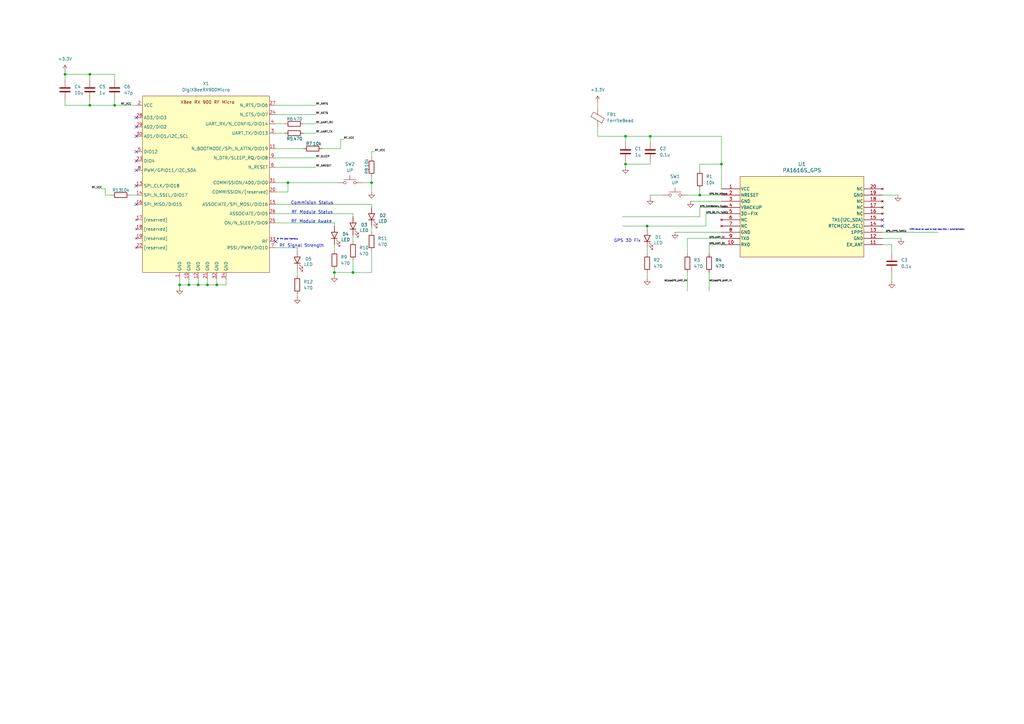
<source format=kicad_sch>
(kicad_sch
	(version 20231120)
	(generator "eeschema")
	(generator_version "8.0")
	(uuid "1b10b11c-cc8f-468f-8a53-197fbad2a492")
	(paper "A3")
	(lib_symbols
		(symbol "DataAcqLeaderBoard-SchematicSymbols:DigiXBeeRX900Micro"
			(exclude_from_sim no)
			(in_bom yes)
			(on_board yes)
			(property "Reference" "X"
				(at 45.72 93.218 0)
				(effects
					(font
						(size 1.27 1.27)
					)
				)
			)
			(property "Value" "DigiXBeeRX900Micro"
				(at 28.448 100.076 0)
				(effects
					(font
						(size 1.27 1.27)
					)
				)
			)
			(property "Footprint" ""
				(at 16.51 82.55 0)
				(effects
					(font
						(size 1.27 1.27)
					)
					(hide yes)
				)
			)
			(property "Datasheet" "https://fcc.report/FCC-ID/MCQ-XB9XR/7222310.pdf"
				(at 44.958 97.79 0)
				(effects
					(font
						(size 1.27 1.27)
					)
					(hide yes)
				)
			)
			(property "Description" ""
				(at 16.51 82.55 0)
				(effects
					(font
						(size 1.27 1.27)
					)
					(hide yes)
				)
			)
			(symbol "DigiXBeeRX900Micro_0_0"
				(pin power_in line
					(at 34.29 16.51 90)
					(length 2.54)
					(name "GND"
						(effects
							(font
								(size 1.27 1.27)
							)
						)
					)
					(number "1"
						(effects
							(font
								(size 1.27 1.27)
							)
						)
					)
				)
				(pin power_in line
					(at 38.1 16.51 90)
					(length 2.54)
					(name "GND"
						(effects
							(font
								(size 1.27 1.27)
							)
						)
					)
					(number "10"
						(effects
							(font
								(size 1.27 1.27)
							)
						)
					)
				)
				(pin output line
					(at 73.66 69.85 180)
					(length 2.54)
					(name "N_BOOTMODE/SPI_N_ATTN/DIO19"
						(effects
							(font
								(size 1.27 1.27)
							)
						)
					)
					(number "11"
						(effects
							(font
								(size 1.27 1.27)
							)
						)
					)
				)
				(pin power_in line
					(at 41.91 16.51 90)
					(length 2.54)
					(name "GND"
						(effects
							(font
								(size 1.27 1.27)
							)
						)
					)
					(number "12"
						(effects
							(font
								(size 1.27 1.27)
							)
						)
					)
				)
				(pin input line
					(at 16.51 54.61 0)
					(length 2.54)
					(name "SPI_CLK/DIO18"
						(effects
							(font
								(size 1.27 1.27)
							)
						)
					)
					(number "13"
						(effects
							(font
								(size 1.27 1.27)
							)
						)
					)
				)
				(pin input line
					(at 16.51 50.8 0)
					(length 2.54)
					(name "SPI_N_SSEL/DIO17"
						(effects
							(font
								(size 1.27 1.27)
							)
						)
					)
					(number "14"
						(effects
							(font
								(size 1.27 1.27)
							)
						)
					)
				)
				(pin input line
					(at 73.66 46.99 180)
					(length 2.54)
					(name "ASSOCIATE/SPI_MOSI/DIO16"
						(effects
							(font
								(size 1.27 1.27)
							)
						)
					)
					(number "15"
						(effects
							(font
								(size 1.27 1.27)
							)
						)
					)
				)
				(pin output line
					(at 16.51 46.99 0)
					(length 2.54)
					(name "SPI_MISO/DIO15"
						(effects
							(font
								(size 1.27 1.27)
							)
						)
					)
					(number "16"
						(effects
							(font
								(size 1.27 1.27)
							)
						)
					)
				)
				(pin no_connect line
					(at 16.51 40.64 0)
					(length 2.54)
					(name "[reserved]"
						(effects
							(font
								(size 1.27 1.27)
							)
						)
					)
					(number "17"
						(effects
							(font
								(size 1.27 1.27)
							)
						)
					)
				)
				(pin no_connect line
					(at 16.51 36.83 0)
					(length 2.54)
					(name "[reserved]"
						(effects
							(font
								(size 1.27 1.27)
							)
						)
					)
					(number "18"
						(effects
							(font
								(size 1.27 1.27)
							)
						)
					)
				)
				(pin no_connect line
					(at 16.51 33.02 0)
					(length 2.54)
					(name "[reserved]"
						(effects
							(font
								(size 1.27 1.27)
							)
						)
					)
					(number "19"
						(effects
							(font
								(size 1.27 1.27)
							)
						)
					)
				)
				(pin power_in line
					(at 16.51 87.63 0)
					(length 2.54)
					(name "VCC"
						(effects
							(font
								(size 1.27 1.27)
							)
						)
					)
					(number "2"
						(effects
							(font
								(size 1.27 1.27)
							)
						)
					)
				)
				(pin input line
					(at 73.66 52.07 180)
					(length 2.54)
					(name "COMMISSION/[reserved]"
						(effects
							(font
								(size 1.27 1.27)
							)
						)
					)
					(number "20"
						(effects
							(font
								(size 1.27 1.27)
							)
						)
					)
				)
				(pin power_in line
					(at 45.72 16.51 90)
					(length 2.54)
					(name "GND"
						(effects
							(font
								(size 1.27 1.27)
							)
						)
					)
					(number "21"
						(effects
							(font
								(size 1.27 1.27)
							)
						)
					)
				)
				(pin no_connect line
					(at 16.51 29.21 0)
					(length 2.54)
					(name "[reserved]"
						(effects
							(font
								(size 1.27 1.27)
							)
						)
					)
					(number "22"
						(effects
							(font
								(size 1.27 1.27)
							)
						)
					)
				)
				(pin bidirectional line
					(at 16.51 64.77 0)
					(length 2.54)
					(name "DIO4"
						(effects
							(font
								(size 1.27 1.27)
							)
						)
					)
					(number "23"
						(effects
							(font
								(size 1.27 1.27)
							)
						)
					)
				)
				(pin output line
					(at 73.66 83.82 180)
					(length 2.54)
					(name "N_CTS/DIO7"
						(effects
							(font
								(size 1.27 1.27)
							)
						)
					)
					(number "24"
						(effects
							(font
								(size 1.27 1.27)
							)
						)
					)
				)
				(pin output line
					(at 73.66 39.37 180)
					(length 2.54)
					(name "ON/N_SLEEP/DIO9"
						(effects
							(font
								(size 1.27 1.27)
							)
						)
					)
					(number "25"
						(effects
							(font
								(size 1.27 1.27)
							)
						)
					)
				)
				(pin output line
					(at 73.66 43.18 180)
					(length 2.54)
					(name "ASSOCIATE/DIO5"
						(effects
							(font
								(size 1.27 1.27)
							)
						)
					)
					(number "26"
						(effects
							(font
								(size 1.27 1.27)
							)
						)
					)
				)
				(pin input line
					(at 73.66 87.63 180)
					(length 2.54)
					(name "N_RTS/DIO6"
						(effects
							(font
								(size 1.27 1.27)
							)
						)
					)
					(number "27"
						(effects
							(font
								(size 1.27 1.27)
							)
						)
					)
				)
				(pin bidirectional line
					(at 16.51 82.55 0)
					(length 2.54)
					(name "AD3/DIO3"
						(effects
							(font
								(size 1.27 1.27)
							)
						)
					)
					(number "28"
						(effects
							(font
								(size 1.27 1.27)
							)
						)
					)
				)
				(pin bidirectional line
					(at 16.51 78.74 0)
					(length 2.54)
					(name "AD2/DIO2"
						(effects
							(font
								(size 1.27 1.27)
							)
						)
					)
					(number "29"
						(effects
							(font
								(size 1.27 1.27)
							)
						)
					)
				)
				(pin bidirectional line
					(at 73.66 76.2 180)
					(length 2.54)
					(name "UART_TX/DIO13"
						(effects
							(font
								(size 1.27 1.27)
							)
						)
					)
					(number "3"
						(effects
							(font
								(size 1.27 1.27)
							)
						)
					)
				)
				(pin bidirectional line
					(at 16.51 74.93 0)
					(length 2.54)
					(name "AD1/DIO1/I2C_SCL"
						(effects
							(font
								(size 1.27 1.27)
							)
						)
					)
					(number "30"
						(effects
							(font
								(size 1.27 1.27)
							)
						)
					)
				)
				(pin input line
					(at 73.66 55.88 180)
					(length 2.54)
					(name "COMMISSION/AD0/DIO0"
						(effects
							(font
								(size 1.27 1.27)
							)
						)
					)
					(number "31"
						(effects
							(font
								(size 1.27 1.27)
							)
						)
					)
				)
				(pin power_in line
					(at 49.53 16.51 90)
					(length 2.54)
					(name "GND"
						(effects
							(font
								(size 1.27 1.27)
							)
						)
					)
					(number "32"
						(effects
							(font
								(size 1.27 1.27)
							)
						)
					)
				)
				(pin bidirectional line
					(at 73.66 31.75 180)
					(length 2.54)
					(name "RF"
						(effects
							(font
								(size 1.27 1.27)
							)
						)
					)
					(number "33"
						(effects
							(font
								(size 1.27 1.27)
							)
						)
					)
				)
				(pin power_in line
					(at 53.34 16.51 90)
					(length 2.54)
					(name "GND"
						(effects
							(font
								(size 1.27 1.27)
							)
						)
					)
					(number "34"
						(effects
							(font
								(size 1.27 1.27)
							)
						)
					)
				)
				(pin bidirectional line
					(at 73.66 80.01 180)
					(length 2.54)
					(name "UART_RX/N_CONFIG/DIO14"
						(effects
							(font
								(size 1.27 1.27)
							)
						)
					)
					(number "4"
						(effects
							(font
								(size 1.27 1.27)
							)
						)
					)
				)
				(pin bidirectional line
					(at 16.51 68.58 0)
					(length 2.54)
					(name "DIO12"
						(effects
							(font
								(size 1.27 1.27)
							)
						)
					)
					(number "5"
						(effects
							(font
								(size 1.27 1.27)
							)
						)
					)
				)
				(pin input line
					(at 73.66 62.23 180)
					(length 2.54)
					(name "N_RESET"
						(effects
							(font
								(size 1.27 1.27)
							)
						)
					)
					(number "6"
						(effects
							(font
								(size 1.27 1.27)
							)
						)
					)
				)
				(pin bidirectional line
					(at 73.66 29.21 180)
					(length 2.54)
					(name "RSSI/PWM/DIO10"
						(effects
							(font
								(size 1.27 1.27)
							)
						)
					)
					(number "7"
						(effects
							(font
								(size 1.27 1.27)
							)
						)
					)
				)
				(pin bidirectional line
					(at 16.51 60.96 0)
					(length 2.54)
					(name "PWM/GPIO11/I2C_SDA"
						(effects
							(font
								(size 1.27 1.27)
							)
						)
					)
					(number "8"
						(effects
							(font
								(size 1.27 1.27)
							)
						)
					)
				)
				(pin bidirectional line
					(at 73.66 66.04 180)
					(length 2.54)
					(name "N_DTR/SLEEP_RQ/DIO8"
						(effects
							(font
								(size 1.27 1.27)
							)
						)
					)
					(number "9"
						(effects
							(font
								(size 1.27 1.27)
							)
						)
					)
				)
			)
			(symbol "DigiXBeeRX900Micro_1_1"
				(polyline
					(pts
						(xy 43.18 91.44) (xy 71.12 91.44) (xy 71.12 19.05) (xy 19.05 19.05) (xy 19.05 91.44) (xy 43.18 91.44)
					)
					(stroke
						(width 0)
						(type default)
					)
					(fill
						(type background)
					)
				)
				(text "XBee RX 900 RF Micro"
					(at 45.72 88.9 0)
					(effects
						(font
							(size 1.27 1.27)
						)
					)
				)
			)
		)
		(symbol "Device:C"
			(pin_numbers hide)
			(pin_names
				(offset 0.254)
			)
			(exclude_from_sim no)
			(in_bom yes)
			(on_board yes)
			(property "Reference" "C"
				(at 0.635 2.54 0)
				(effects
					(font
						(size 1.27 1.27)
					)
					(justify left)
				)
			)
			(property "Value" "C"
				(at 0.635 -2.54 0)
				(effects
					(font
						(size 1.27 1.27)
					)
					(justify left)
				)
			)
			(property "Footprint" ""
				(at 0.9652 -3.81 0)
				(effects
					(font
						(size 1.27 1.27)
					)
					(hide yes)
				)
			)
			(property "Datasheet" "~"
				(at 0 0 0)
				(effects
					(font
						(size 1.27 1.27)
					)
					(hide yes)
				)
			)
			(property "Description" "Unpolarized capacitor"
				(at 0 0 0)
				(effects
					(font
						(size 1.27 1.27)
					)
					(hide yes)
				)
			)
			(property "ki_keywords" "cap capacitor"
				(at 0 0 0)
				(effects
					(font
						(size 1.27 1.27)
					)
					(hide yes)
				)
			)
			(property "ki_fp_filters" "C_*"
				(at 0 0 0)
				(effects
					(font
						(size 1.27 1.27)
					)
					(hide yes)
				)
			)
			(symbol "C_0_1"
				(polyline
					(pts
						(xy -2.032 -0.762) (xy 2.032 -0.762)
					)
					(stroke
						(width 0.508)
						(type default)
					)
					(fill
						(type none)
					)
				)
				(polyline
					(pts
						(xy -2.032 0.762) (xy 2.032 0.762)
					)
					(stroke
						(width 0.508)
						(type default)
					)
					(fill
						(type none)
					)
				)
			)
			(symbol "C_1_1"
				(pin passive line
					(at 0 3.81 270)
					(length 2.794)
					(name "~"
						(effects
							(font
								(size 1.27 1.27)
							)
						)
					)
					(number "1"
						(effects
							(font
								(size 1.27 1.27)
							)
						)
					)
				)
				(pin passive line
					(at 0 -3.81 90)
					(length 2.794)
					(name "~"
						(effects
							(font
								(size 1.27 1.27)
							)
						)
					)
					(number "2"
						(effects
							(font
								(size 1.27 1.27)
							)
						)
					)
				)
			)
		)
		(symbol "Device:FerriteBead"
			(pin_numbers hide)
			(pin_names
				(offset 0)
			)
			(exclude_from_sim no)
			(in_bom yes)
			(on_board yes)
			(property "Reference" "FB"
				(at -3.81 0.635 90)
				(effects
					(font
						(size 1.27 1.27)
					)
				)
			)
			(property "Value" "FerriteBead"
				(at 3.81 0 90)
				(effects
					(font
						(size 1.27 1.27)
					)
				)
			)
			(property "Footprint" ""
				(at -1.778 0 90)
				(effects
					(font
						(size 1.27 1.27)
					)
					(hide yes)
				)
			)
			(property "Datasheet" "~"
				(at 0 0 0)
				(effects
					(font
						(size 1.27 1.27)
					)
					(hide yes)
				)
			)
			(property "Description" "Ferrite bead"
				(at 0 0 0)
				(effects
					(font
						(size 1.27 1.27)
					)
					(hide yes)
				)
			)
			(property "ki_keywords" "L ferrite bead inductor filter"
				(at 0 0 0)
				(effects
					(font
						(size 1.27 1.27)
					)
					(hide yes)
				)
			)
			(property "ki_fp_filters" "Inductor_* L_* *Ferrite*"
				(at 0 0 0)
				(effects
					(font
						(size 1.27 1.27)
					)
					(hide yes)
				)
			)
			(symbol "FerriteBead_0_1"
				(polyline
					(pts
						(xy 0 -1.27) (xy 0 -1.2192)
					)
					(stroke
						(width 0)
						(type default)
					)
					(fill
						(type none)
					)
				)
				(polyline
					(pts
						(xy 0 1.27) (xy 0 1.2954)
					)
					(stroke
						(width 0)
						(type default)
					)
					(fill
						(type none)
					)
				)
				(polyline
					(pts
						(xy -2.7686 0.4064) (xy -1.7018 2.2606) (xy 2.7686 -0.3048) (xy 1.6764 -2.159) (xy -2.7686 0.4064)
					)
					(stroke
						(width 0)
						(type default)
					)
					(fill
						(type none)
					)
				)
			)
			(symbol "FerriteBead_1_1"
				(pin passive line
					(at 0 3.81 270)
					(length 2.54)
					(name "~"
						(effects
							(font
								(size 1.27 1.27)
							)
						)
					)
					(number "1"
						(effects
							(font
								(size 1.27 1.27)
							)
						)
					)
				)
				(pin passive line
					(at 0 -3.81 90)
					(length 2.54)
					(name "~"
						(effects
							(font
								(size 1.27 1.27)
							)
						)
					)
					(number "2"
						(effects
							(font
								(size 1.27 1.27)
							)
						)
					)
				)
			)
		)
		(symbol "Device:R"
			(pin_numbers hide)
			(pin_names
				(offset 0)
			)
			(exclude_from_sim no)
			(in_bom yes)
			(on_board yes)
			(property "Reference" "R"
				(at 2.032 0 90)
				(effects
					(font
						(size 1.27 1.27)
					)
				)
			)
			(property "Value" "R"
				(at 0 0 90)
				(effects
					(font
						(size 1.27 1.27)
					)
				)
			)
			(property "Footprint" ""
				(at -1.778 0 90)
				(effects
					(font
						(size 1.27 1.27)
					)
					(hide yes)
				)
			)
			(property "Datasheet" "~"
				(at 0 0 0)
				(effects
					(font
						(size 1.27 1.27)
					)
					(hide yes)
				)
			)
			(property "Description" "Resistor"
				(at 0 0 0)
				(effects
					(font
						(size 1.27 1.27)
					)
					(hide yes)
				)
			)
			(property "ki_keywords" "R res resistor"
				(at 0 0 0)
				(effects
					(font
						(size 1.27 1.27)
					)
					(hide yes)
				)
			)
			(property "ki_fp_filters" "R_*"
				(at 0 0 0)
				(effects
					(font
						(size 1.27 1.27)
					)
					(hide yes)
				)
			)
			(symbol "R_0_1"
				(rectangle
					(start -1.016 -2.54)
					(end 1.016 2.54)
					(stroke
						(width 0.254)
						(type default)
					)
					(fill
						(type none)
					)
				)
			)
			(symbol "R_1_1"
				(pin passive line
					(at 0 3.81 270)
					(length 1.27)
					(name "~"
						(effects
							(font
								(size 1.27 1.27)
							)
						)
					)
					(number "1"
						(effects
							(font
								(size 1.27 1.27)
							)
						)
					)
				)
				(pin passive line
					(at 0 -3.81 90)
					(length 1.27)
					(name "~"
						(effects
							(font
								(size 1.27 1.27)
							)
						)
					)
					(number "2"
						(effects
							(font
								(size 1.27 1.27)
							)
						)
					)
				)
			)
		)
		(symbol "ECE319K:C"
			(pin_numbers hide)
			(pin_names
				(offset 0.254)
			)
			(exclude_from_sim no)
			(in_bom yes)
			(on_board yes)
			(property "Reference" "C"
				(at 0.635 2.54 0)
				(effects
					(font
						(size 1.27 1.27)
					)
					(justify left)
				)
			)
			(property "Value" "C"
				(at 0.635 -2.54 0)
				(effects
					(font
						(size 1.27 1.27)
					)
					(justify left)
				)
			)
			(property "Footprint" "ECE319K:C_Axial_200mil"
				(at 0.9652 -3.81 0)
				(effects
					(font
						(size 1.27 1.27)
					)
					(hide yes)
				)
			)
			(property "Datasheet" "~"
				(at 0 0 0)
				(effects
					(font
						(size 1.27 1.27)
					)
					(hide yes)
				)
			)
			(property "Description" "Unpolarized capacitor"
				(at 0 0 0)
				(effects
					(font
						(size 1.27 1.27)
					)
					(hide yes)
				)
			)
			(property "ki_keywords" "cap capacitor"
				(at 0 0 0)
				(effects
					(font
						(size 1.27 1.27)
					)
					(hide yes)
				)
			)
			(property "ki_fp_filters" "C_*"
				(at 0 0 0)
				(effects
					(font
						(size 1.27 1.27)
					)
					(hide yes)
				)
			)
			(symbol "C_0_1"
				(polyline
					(pts
						(xy -2.032 -0.762) (xy 2.032 -0.762)
					)
					(stroke
						(width 0.508)
						(type default)
					)
					(fill
						(type none)
					)
				)
				(polyline
					(pts
						(xy -2.032 0.762) (xy 2.032 0.762)
					)
					(stroke
						(width 0.508)
						(type default)
					)
					(fill
						(type none)
					)
				)
			)
			(symbol "C_1_1"
				(pin passive line
					(at 0 3.81 270)
					(length 2.794)
					(name "~"
						(effects
							(font
								(size 1.27 1.27)
							)
						)
					)
					(number "1"
						(effects
							(font
								(size 1.27 1.27)
							)
						)
					)
				)
				(pin passive line
					(at 0 -3.81 90)
					(length 2.794)
					(name "~"
						(effects
							(font
								(size 1.27 1.27)
							)
						)
					)
					(number "2"
						(effects
							(font
								(size 1.27 1.27)
							)
						)
					)
				)
			)
		)
		(symbol "ECE319K:LED"
			(pin_numbers hide)
			(pin_names
				(offset 1.016) hide)
			(exclude_from_sim no)
			(in_bom yes)
			(on_board yes)
			(property "Reference" "D"
				(at 1.27 1.27 0)
				(effects
					(font
						(size 1.27 1.27)
					)
				)
			)
			(property "Value" "LED"
				(at -5.08 -1.27 0)
				(effects
					(font
						(size 1.27 1.27)
					)
				)
			)
			(property "Footprint" "ECE319K:LED_D5.0mm"
				(at 0 2.54 0)
				(effects
					(font
						(size 1.27 1.27)
					)
					(hide yes)
				)
			)
			(property "Datasheet" "https://users.ece.utexas.edu/~valvano/mspm0/HLMP-4700.pdf"
				(at 0 2.54 0)
				(effects
					(font
						(size 1.27 1.27)
					)
					(hide yes)
				)
			)
			(property "Description" "Light emitting diode"
				(at 0 0 0)
				(effects
					(font
						(size 1.27 1.27)
					)
					(hide yes)
				)
			)
			(property "ki_keywords" "LED diode"
				(at 0 0 0)
				(effects
					(font
						(size 1.27 1.27)
					)
					(hide yes)
				)
			)
			(property "ki_fp_filters" "LED* LED_SMD:* LED_THT:*"
				(at 0 0 0)
				(effects
					(font
						(size 1.27 1.27)
					)
					(hide yes)
				)
			)
			(symbol "LED_0_1"
				(polyline
					(pts
						(xy 0 -1.27) (xy -2.54 -1.27)
					)
					(stroke
						(width 0.254)
						(type default)
					)
					(fill
						(type none)
					)
				)
				(polyline
					(pts
						(xy 0 1.27) (xy -2.54 1.27) (xy -1.27 -1.27) (xy 0 1.27)
					)
					(stroke
						(width 0.254)
						(type default)
					)
					(fill
						(type none)
					)
				)
				(polyline
					(pts
						(xy -0.508 -3.048) (xy 1.016 -4.572) (xy 1.016 -3.81) (xy 1.016 -4.572) (xy 0.254 -4.572)
					)
					(stroke
						(width 0)
						(type default)
					)
					(fill
						(type none)
					)
				)
				(polyline
					(pts
						(xy -0.508 -1.778) (xy 1.016 -3.302) (xy 1.016 -2.54) (xy 1.016 -3.302) (xy 0.254 -3.302)
					)
					(stroke
						(width 0)
						(type default)
					)
					(fill
						(type none)
					)
				)
			)
			(symbol "LED_1_1"
				(pin passive line
					(at -1.27 -3.81 90)
					(length 2.54)
					(name "K"
						(effects
							(font
								(size 1.27 1.27)
							)
						)
					)
					(number "1"
						(effects
							(font
								(size 1.27 1.27)
							)
						)
					)
				)
				(pin passive line
					(at -1.27 3.81 270)
					(length 2.54)
					(name "A"
						(effects
							(font
								(size 1.27 1.27)
							)
						)
					)
					(number "2"
						(effects
							(font
								(size 1.27 1.27)
							)
						)
					)
				)
			)
		)
		(symbol "ECE319K:SW_Push"
			(pin_numbers hide)
			(pin_names
				(offset 1.016) hide)
			(exclude_from_sim no)
			(in_bom yes)
			(on_board yes)
			(property "Reference" "SW101"
				(at 1.27 -1.27 90)
				(effects
					(font
						(size 1.27 1.27)
					)
					(justify right)
				)
			)
			(property "Value" "UP"
				(at -1.27 -1.27 90)
				(effects
					(font
						(size 1.27 1.27)
					)
					(justify right)
				)
			)
			(property "Footprint" "ECE319K:SW_PUSH_6mm"
				(at 0 5.08 0)
				(effects
					(font
						(size 1.27 1.27)
					)
					(hide yes)
				)
			)
			(property "Datasheet" "~"
				(at 0 5.08 0)
				(effects
					(font
						(size 1.27 1.27)
					)
					(hide yes)
				)
			)
			(property "Description" "Push button switch, generic, two pins"
				(at 0 0 0)
				(effects
					(font
						(size 1.27 1.27)
					)
					(hide yes)
				)
			)
			(property "ki_keywords" "switch normally-open pushbutton push-button"
				(at 0 0 0)
				(effects
					(font
						(size 1.27 1.27)
					)
					(hide yes)
				)
			)
			(symbol "SW_Push_0_1"
				(circle
					(center -2.032 0)
					(radius 0.508)
					(stroke
						(width 0)
						(type default)
					)
					(fill
						(type none)
					)
				)
				(polyline
					(pts
						(xy 0 1.27) (xy 0 3.048)
					)
					(stroke
						(width 0)
						(type default)
					)
					(fill
						(type none)
					)
				)
				(polyline
					(pts
						(xy 2.54 1.27) (xy -2.54 1.27)
					)
					(stroke
						(width 0)
						(type default)
					)
					(fill
						(type none)
					)
				)
				(circle
					(center 2.032 0)
					(radius 0.508)
					(stroke
						(width 0)
						(type default)
					)
					(fill
						(type none)
					)
				)
				(pin passive line
					(at -5.08 0 0)
					(length 2.54)
					(name "1"
						(effects
							(font
								(size 1.27 1.27)
							)
						)
					)
					(number "1"
						(effects
							(font
								(size 1.27 1.27)
							)
						)
					)
				)
				(pin passive line
					(at 5.08 0 180)
					(length 2.54)
					(name "2"
						(effects
							(font
								(size 1.27 1.27)
							)
						)
					)
					(number "2"
						(effects
							(font
								(size 1.27 1.27)
							)
						)
					)
				)
			)
		)
		(symbol "PA1616S_GPS:790"
			(pin_names
				(offset 0.254)
			)
			(exclude_from_sim no)
			(in_bom yes)
			(on_board yes)
			(property "Reference" "U1"
				(at 33.02 10.16 0)
				(effects
					(font
						(size 1.524 1.524)
					)
				)
			)
			(property "Value" "PA1616S_GPS"
				(at 33.02 7.62 0)
				(effects
					(font
						(size 1.524 1.524)
					)
				)
			)
			(property "Footprint" "PA1616S_ADA"
				(at 33.528 13.208 0)
				(effects
					(font
						(size 1.27 1.27)
						(italic yes)
					)
					(hide yes)
				)
			)
			(property "Datasheet" "790"
				(at 33.274 10.414 0)
				(effects
					(font
						(size 1.27 1.27)
						(italic yes)
					)
					(hide yes)
				)
			)
			(property "Description" ""
				(at 0 0 0)
				(effects
					(font
						(size 1.27 1.27)
					)
					(hide yes)
				)
			)
			(property "ki_locked" ""
				(at 0 0 0)
				(effects
					(font
						(size 1.27 1.27)
					)
				)
			)
			(property "ki_keywords" "790"
				(at 0 0 0)
				(effects
					(font
						(size 1.27 1.27)
					)
					(hide yes)
				)
			)
			(property "ki_fp_filters" "PA1616S_ADA"
				(at 0 0 0)
				(effects
					(font
						(size 1.27 1.27)
					)
					(hide yes)
				)
			)
			(symbol "790_1_1"
				(rectangle
					(start 7.62 5.08)
					(end 58.42 -27.94)
					(stroke
						(width 0)
						(type default)
					)
					(fill
						(type background)
					)
				)
				(pin power_in line
					(at 0 0 0)
					(length 7.62)
					(name "VCC"
						(effects
							(font
								(size 1.27 1.27)
							)
						)
					)
					(number "1"
						(effects
							(font
								(size 1.27 1.27)
							)
						)
					)
				)
				(pin input line
					(at 0 -22.86 0)
					(length 7.62)
					(name "RX0"
						(effects
							(font
								(size 1.27 1.27)
							)
						)
					)
					(number "10"
						(effects
							(font
								(size 1.27 1.27)
							)
						)
					)
				)
				(pin input line
					(at 66.04 -22.86 180)
					(length 7.62)
					(name "EX_ANT"
						(effects
							(font
								(size 1.27 1.27)
							)
						)
					)
					(number "11"
						(effects
							(font
								(size 1.27 1.27)
							)
						)
					)
				)
				(pin power_out line
					(at 66.04 -20.32 180)
					(length 7.62)
					(name "GND"
						(effects
							(font
								(size 1.27 1.27)
							)
						)
					)
					(number "12"
						(effects
							(font
								(size 1.27 1.27)
							)
						)
					)
				)
				(pin output line
					(at 66.04 -17.78 180)
					(length 7.62)
					(name "1PPS"
						(effects
							(font
								(size 1.27 1.27)
							)
						)
					)
					(number "13"
						(effects
							(font
								(size 1.27 1.27)
							)
						)
					)
				)
				(pin input line
					(at 66.04 -15.24 180)
					(length 7.62)
					(name "RTCM(I2C_SCL)"
						(effects
							(font
								(size 1.27 1.27)
							)
						)
					)
					(number "14"
						(effects
							(font
								(size 1.27 1.27)
							)
						)
					)
				)
				(pin output line
					(at 66.04 -12.7 180)
					(length 7.62)
					(name "TX1(I2C_SDA)"
						(effects
							(font
								(size 1.27 1.27)
							)
						)
					)
					(number "15"
						(effects
							(font
								(size 1.27 1.27)
							)
						)
					)
				)
				(pin no_connect line
					(at 66.04 -10.16 180)
					(length 7.62)
					(name "NC"
						(effects
							(font
								(size 1.27 1.27)
							)
						)
					)
					(number "16"
						(effects
							(font
								(size 1.27 1.27)
							)
						)
					)
				)
				(pin no_connect line
					(at 66.04 -7.62 180)
					(length 7.62)
					(name "NC"
						(effects
							(font
								(size 1.27 1.27)
							)
						)
					)
					(number "17"
						(effects
							(font
								(size 1.27 1.27)
							)
						)
					)
				)
				(pin no_connect line
					(at 66.04 -5.08 180)
					(length 7.62)
					(name "NC"
						(effects
							(font
								(size 1.27 1.27)
							)
						)
					)
					(number "18"
						(effects
							(font
								(size 1.27 1.27)
							)
						)
					)
				)
				(pin power_out line
					(at 66.04 -2.54 180)
					(length 7.62)
					(name "GND"
						(effects
							(font
								(size 1.27 1.27)
							)
						)
					)
					(number "19"
						(effects
							(font
								(size 1.27 1.27)
							)
						)
					)
				)
				(pin input line
					(at 0 -2.54 0)
					(length 7.62)
					(name "NRESET"
						(effects
							(font
								(size 1.27 1.27)
							)
						)
					)
					(number "2"
						(effects
							(font
								(size 1.27 1.27)
							)
						)
					)
				)
				(pin no_connect line
					(at 66.04 0 180)
					(length 7.62)
					(name "NC"
						(effects
							(font
								(size 1.27 1.27)
							)
						)
					)
					(number "20"
						(effects
							(font
								(size 1.27 1.27)
							)
						)
					)
				)
				(pin power_out line
					(at 0 -5.08 0)
					(length 7.62)
					(name "GND"
						(effects
							(font
								(size 1.27 1.27)
							)
						)
					)
					(number "3"
						(effects
							(font
								(size 1.27 1.27)
							)
						)
					)
				)
				(pin power_in line
					(at 0 -7.62 0)
					(length 7.62)
					(name "VBACKUP"
						(effects
							(font
								(size 1.27 1.27)
							)
						)
					)
					(number "4"
						(effects
							(font
								(size 1.27 1.27)
							)
						)
					)
				)
				(pin output line
					(at 0 -10.16 0)
					(length 7.62)
					(name "3D-FIX"
						(effects
							(font
								(size 1.27 1.27)
							)
						)
					)
					(number "5"
						(effects
							(font
								(size 1.27 1.27)
							)
						)
					)
				)
				(pin no_connect line
					(at 0 -12.7 0)
					(length 7.62)
					(name "NC"
						(effects
							(font
								(size 1.27 1.27)
							)
						)
					)
					(number "6"
						(effects
							(font
								(size 1.27 1.27)
							)
						)
					)
				)
				(pin no_connect line
					(at 0 -15.24 0)
					(length 7.62)
					(name "NC"
						(effects
							(font
								(size 1.27 1.27)
							)
						)
					)
					(number "7"
						(effects
							(font
								(size 1.27 1.27)
							)
						)
					)
				)
				(pin power_out line
					(at 0 -17.78 0)
					(length 7.62)
					(name "GND"
						(effects
							(font
								(size 1.27 1.27)
							)
						)
					)
					(number "8"
						(effects
							(font
								(size 1.27 1.27)
							)
						)
					)
				)
				(pin output line
					(at 0 -20.32 0)
					(length 7.62)
					(name "TX0"
						(effects
							(font
								(size 1.27 1.27)
							)
						)
					)
					(number "9"
						(effects
							(font
								(size 1.27 1.27)
							)
						)
					)
				)
			)
		)
		(symbol "power:+3.3V"
			(power)
			(pin_numbers hide)
			(pin_names
				(offset 0) hide)
			(exclude_from_sim no)
			(in_bom yes)
			(on_board yes)
			(property "Reference" "#PWR"
				(at 0 -3.81 0)
				(effects
					(font
						(size 1.27 1.27)
					)
					(hide yes)
				)
			)
			(property "Value" "+3.3V"
				(at 0 3.556 0)
				(effects
					(font
						(size 1.27 1.27)
					)
				)
			)
			(property "Footprint" ""
				(at 0 0 0)
				(effects
					(font
						(size 1.27 1.27)
					)
					(hide yes)
				)
			)
			(property "Datasheet" ""
				(at 0 0 0)
				(effects
					(font
						(size 1.27 1.27)
					)
					(hide yes)
				)
			)
			(property "Description" "Power symbol creates a global label with name \"+3.3V\""
				(at 0 0 0)
				(effects
					(font
						(size 1.27 1.27)
					)
					(hide yes)
				)
			)
			(property "ki_keywords" "global power"
				(at 0 0 0)
				(effects
					(font
						(size 1.27 1.27)
					)
					(hide yes)
				)
			)
			(symbol "+3.3V_0_1"
				(polyline
					(pts
						(xy -0.762 1.27) (xy 0 2.54)
					)
					(stroke
						(width 0)
						(type default)
					)
					(fill
						(type none)
					)
				)
				(polyline
					(pts
						(xy 0 0) (xy 0 2.54)
					)
					(stroke
						(width 0)
						(type default)
					)
					(fill
						(type none)
					)
				)
				(polyline
					(pts
						(xy 0 2.54) (xy 0.762 1.27)
					)
					(stroke
						(width 0)
						(type default)
					)
					(fill
						(type none)
					)
				)
			)
			(symbol "+3.3V_1_1"
				(pin power_in line
					(at 0 0 90)
					(length 0)
					(name "~"
						(effects
							(font
								(size 1.27 1.27)
							)
						)
					)
					(number "1"
						(effects
							(font
								(size 1.27 1.27)
							)
						)
					)
				)
			)
		)
		(symbol "power:GND"
			(power)
			(pin_numbers hide)
			(pin_names
				(offset 0) hide)
			(exclude_from_sim no)
			(in_bom yes)
			(on_board yes)
			(property "Reference" "#PWR"
				(at 0 -6.35 0)
				(effects
					(font
						(size 1.27 1.27)
					)
					(hide yes)
				)
			)
			(property "Value" "GND"
				(at 0 -3.81 0)
				(effects
					(font
						(size 1.27 1.27)
					)
				)
			)
			(property "Footprint" ""
				(at 0 0 0)
				(effects
					(font
						(size 1.27 1.27)
					)
					(hide yes)
				)
			)
			(property "Datasheet" ""
				(at 0 0 0)
				(effects
					(font
						(size 1.27 1.27)
					)
					(hide yes)
				)
			)
			(property "Description" "Power symbol creates a global label with name \"GND\" , ground"
				(at 0 0 0)
				(effects
					(font
						(size 1.27 1.27)
					)
					(hide yes)
				)
			)
			(property "ki_keywords" "global power"
				(at 0 0 0)
				(effects
					(font
						(size 1.27 1.27)
					)
					(hide yes)
				)
			)
			(symbol "GND_0_1"
				(polyline
					(pts
						(xy 0 0) (xy 0 -1.27) (xy 1.27 -1.27) (xy 0 -2.54) (xy -1.27 -1.27) (xy 0 -1.27)
					)
					(stroke
						(width 0)
						(type default)
					)
					(fill
						(type none)
					)
				)
			)
			(symbol "GND_1_1"
				(pin power_in line
					(at 0 0 270)
					(length 0)
					(name "~"
						(effects
							(font
								(size 1.27 1.27)
							)
						)
					)
					(number "1"
						(effects
							(font
								(size 1.27 1.27)
							)
						)
					)
				)
			)
		)
	)
	(junction
		(at 265.43 92.71)
		(diameter 0)
		(color 0 0 0 0)
		(uuid "0418618b-8263-432c-a39c-4b690c0dba61")
	)
	(junction
		(at 81.28 116.84)
		(diameter 0)
		(color 0 0 0 0)
		(uuid "217d2324-423f-4e59-a0c4-76ca1104e6fe")
	)
	(junction
		(at 266.7 55.88)
		(diameter 0)
		(color 0 0 0 0)
		(uuid "306ae9d3-1407-4432-9d0f-84579e6bddbe")
	)
	(junction
		(at 256.54 55.88)
		(diameter 0)
		(color 0 0 0 0)
		(uuid "3e7b9f21-f5a9-44f3-b7a5-8e1c1bf2cd7d")
	)
	(junction
		(at 144.78 111.76)
		(diameter 0)
		(color 0 0 0 0)
		(uuid "3f77b600-4853-43a8-9c77-93d82fe970a2")
	)
	(junction
		(at 85.09 116.84)
		(diameter 0)
		(color 0 0 0 0)
		(uuid "45f23941-a042-41a9-b77a-8b0eb2b90e9d")
	)
	(junction
		(at 46.99 43.18)
		(diameter 0)
		(color 0 0 0 0)
		(uuid "657daa1e-b122-47c1-b718-9ddceb0edc0c")
	)
	(junction
		(at 152.4 74.93)
		(diameter 0)
		(color 0 0 0 0)
		(uuid "6beafd1a-b4cf-4eab-b80d-8772698cb78f")
	)
	(junction
		(at 118.11 74.93)
		(diameter 0)
		(color 0 0 0 0)
		(uuid "782691c7-d689-4d85-9ebd-6c49999c7cb4")
	)
	(junction
		(at 137.16 111.76)
		(diameter 0)
		(color 0 0 0 0)
		(uuid "89a0bd60-4be4-4bdc-b7d6-55eebeadfa87")
	)
	(junction
		(at 295.91 67.31)
		(diameter 0)
		(color 0 0 0 0)
		(uuid "89c4555f-3888-45e9-9cac-2dab885eb940")
	)
	(junction
		(at 287.02 80.01)
		(diameter 0)
		(color 0 0 0 0)
		(uuid "8a17657c-aa74-4fa7-84cb-bf54eef232d0")
	)
	(junction
		(at 77.47 116.84)
		(diameter 0)
		(color 0 0 0 0)
		(uuid "a93a5767-28fa-48e6-a072-3ff1af7cc7eb")
	)
	(junction
		(at 256.54 67.31)
		(diameter 0)
		(color 0 0 0 0)
		(uuid "b366bbac-94e5-4ede-ba4e-ff0319ceba4d")
	)
	(junction
		(at 88.9 116.84)
		(diameter 0)
		(color 0 0 0 0)
		(uuid "c76d1dbb-c034-49b2-86c8-5f83481b5deb")
	)
	(junction
		(at 26.67 30.48)
		(diameter 0)
		(color 0 0 0 0)
		(uuid "cbb3c796-7789-4aeb-ad45-1cd9cdcaacac")
	)
	(junction
		(at 36.83 43.18)
		(diameter 0)
		(color 0 0 0 0)
		(uuid "d5aea01a-ab13-4b28-8c41-af092813df02")
	)
	(junction
		(at 36.83 30.48)
		(diameter 0)
		(color 0 0 0 0)
		(uuid "e5cb260d-4821-42cb-91cd-0b6ec21443d8")
	)
	(junction
		(at 73.66 116.84)
		(diameter 0)
		(color 0 0 0 0)
		(uuid "f6fa56c9-f7d7-4607-a35b-bc4b8c5e6551")
	)
	(no_connect
		(at 55.88 66.04)
		(uuid "0afb7cf5-242f-4dd5-82ff-5539068f2669")
	)
	(no_connect
		(at 113.03 99.06)
		(uuid "409a3559-c269-4cf1-8b29-b7e5e8e5c2b3")
	)
	(no_connect
		(at 55.88 52.07)
		(uuid "4676b0a2-c818-405a-ab5d-311bddfc4f46")
	)
	(no_connect
		(at 55.88 69.85)
		(uuid "4f59546a-6109-42c2-9312-4ab4f1808084")
	)
	(no_connect
		(at 361.95 90.17)
		(uuid "57330d54-e31a-4e5b-99d3-93da0ae4e12b")
	)
	(no_connect
		(at 55.88 55.88)
		(uuid "5f3635ba-384b-4b95-b0bb-c309f5c63c41")
	)
	(no_connect
		(at 361.95 92.71)
		(uuid "64cffb78-8f3c-4ae1-b5a3-f362ff833337")
	)
	(no_connect
		(at 55.88 48.26)
		(uuid "71de8305-6206-434a-b30d-f50d0969cd8c")
	)
	(no_connect
		(at 55.88 76.2)
		(uuid "9a1236e0-c141-4339-8daf-1e911085e9a7")
	)
	(no_connect
		(at 55.88 83.82)
		(uuid "d1c778e6-8a59-4f66-aa90-c19ebdacb299")
	)
	(no_connect
		(at 55.88 62.23)
		(uuid "e2c6e275-b53b-4e7f-b4d6-c48e75539f36")
	)
	(wire
		(pts
			(xy 113.03 83.82) (xy 152.4 83.82)
		)
		(stroke
			(width 0)
			(type default)
		)
		(uuid "00f78658-949e-4c9e-a1e9-dec7f79b3b18")
	)
	(wire
		(pts
			(xy 152.4 74.93) (xy 152.4 72.39)
		)
		(stroke
			(width 0)
			(type default)
		)
		(uuid "01bfc4a1-72fe-4f54-be3b-2a72fc3b1fb4")
	)
	(wire
		(pts
			(xy 36.83 43.18) (xy 46.99 43.18)
		)
		(stroke
			(width 0)
			(type default)
		)
		(uuid "0510bccf-a64e-4fb4-9afc-7220f187385c")
	)
	(wire
		(pts
			(xy 152.4 64.77) (xy 152.4 62.23)
		)
		(stroke
			(width 0)
			(type default)
		)
		(uuid "06615846-f8b7-462c-b441-753c37dfa191")
	)
	(wire
		(pts
			(xy 113.03 50.8) (xy 116.84 50.8)
		)
		(stroke
			(width 0)
			(type default)
		)
		(uuid "0c09a6cf-21fe-4e35-a9fa-dc11171928cd")
	)
	(wire
		(pts
			(xy 43.18 80.01) (xy 43.18 77.47)
		)
		(stroke
			(width 0)
			(type default)
		)
		(uuid "0d9ac3c8-7fd1-4088-96ed-de1722f756f3")
	)
	(wire
		(pts
			(xy 113.03 74.93) (xy 118.11 74.93)
		)
		(stroke
			(width 0)
			(type default)
		)
		(uuid "0da8c2c1-2dbb-4ee7-a78c-1a98cc178c44")
	)
	(wire
		(pts
			(xy 265.43 111.76) (xy 265.43 114.3)
		)
		(stroke
			(width 0)
			(type default)
		)
		(uuid "144acb22-d1c8-4398-979e-483f3a76c27e")
	)
	(wire
		(pts
			(xy 287.02 85.09) (xy 287.02 88.9)
		)
		(stroke
			(width 0)
			(type default)
		)
		(uuid "1492845e-340b-4449-8f22-d205a57a42e8")
	)
	(wire
		(pts
			(xy 265.43 101.6) (xy 265.43 104.14)
		)
		(stroke
			(width 0)
			(type default)
		)
		(uuid "168b540e-6f24-4e91-b214-eebf997ec2e0")
	)
	(wire
		(pts
			(xy 26.67 30.48) (xy 26.67 33.02)
		)
		(stroke
			(width 0)
			(type default)
		)
		(uuid "17756090-61d2-42c3-8684-c1b68dcb90de")
	)
	(wire
		(pts
			(xy 152.4 111.76) (xy 144.78 111.76)
		)
		(stroke
			(width 0)
			(type default)
		)
		(uuid "19bc32f4-a869-47ca-b0af-f800975049d8")
	)
	(wire
		(pts
			(xy 113.03 54.61) (xy 116.84 54.61)
		)
		(stroke
			(width 0)
			(type default)
		)
		(uuid "1a15274f-a571-4f3d-89bd-0156bcc428f1")
	)
	(wire
		(pts
			(xy 295.91 100.33) (xy 290.83 100.33)
		)
		(stroke
			(width 0)
			(type default)
		)
		(uuid "1e7699a4-1797-4136-b96b-738256dc29ed")
	)
	(wire
		(pts
			(xy 152.4 102.87) (xy 152.4 111.76)
		)
		(stroke
			(width 0)
			(type default)
		)
		(uuid "24296c7b-82f8-4df2-87e8-20d1a14daa9c")
	)
	(wire
		(pts
			(xy 281.94 111.76) (xy 281.94 119.38)
		)
		(stroke
			(width 0)
			(type default)
		)
		(uuid "24dbf694-0c52-4899-ac30-0c22f5d76662")
	)
	(wire
		(pts
			(xy 92.71 114.3) (xy 92.71 116.84)
		)
		(stroke
			(width 0)
			(type default)
		)
		(uuid "25e05086-e2e1-4fca-a1e0-7ae71e6aac32")
	)
	(wire
		(pts
			(xy 295.91 97.79) (xy 281.94 97.79)
		)
		(stroke
			(width 0)
			(type default)
		)
		(uuid "2644b054-d431-4364-8f0b-80658c309e27")
	)
	(wire
		(pts
			(xy 287.02 85.09) (xy 295.91 85.09)
		)
		(stroke
			(width 0)
			(type default)
		)
		(uuid "2c149c5e-f431-4cb4-b47e-992757587c18")
	)
	(wire
		(pts
			(xy 113.03 68.58) (xy 129.54 68.58)
		)
		(stroke
			(width 0)
			(type default)
		)
		(uuid "2d092bdb-2eeb-4e25-8ad7-d5c5ebe6205c")
	)
	(wire
		(pts
			(xy 36.83 30.48) (xy 26.67 30.48)
		)
		(stroke
			(width 0)
			(type default)
		)
		(uuid "2dade56d-bf8c-4e2b-a5cd-3c6f15e023d6")
	)
	(wire
		(pts
			(xy 266.7 81.28) (xy 266.7 80.01)
		)
		(stroke
			(width 0)
			(type default)
		)
		(uuid "2e139850-25ed-4fd9-a7d4-32d0f72dfe6e")
	)
	(wire
		(pts
			(xy 85.09 116.84) (xy 81.28 116.84)
		)
		(stroke
			(width 0)
			(type default)
		)
		(uuid "2f26820e-2b7f-4709-a011-bacef658904f")
	)
	(wire
		(pts
			(xy 77.47 114.3) (xy 77.47 116.84)
		)
		(stroke
			(width 0)
			(type default)
		)
		(uuid "3359930c-2094-4436-a2f9-97f417dc6abe")
	)
	(wire
		(pts
			(xy 290.83 111.76) (xy 290.83 119.38)
		)
		(stroke
			(width 0)
			(type default)
		)
		(uuid "37d672f4-e3c9-4da4-ba2e-d3424423f814")
	)
	(wire
		(pts
			(xy 139.7 57.15) (xy 140.97 57.15)
		)
		(stroke
			(width 0)
			(type default)
		)
		(uuid "3b526ee5-c40e-49c4-9aad-e6bd011ad0d1")
	)
	(wire
		(pts
			(xy 266.7 66.04) (xy 266.7 67.31)
		)
		(stroke
			(width 0)
			(type default)
		)
		(uuid "3e5177a2-818d-4785-a16f-7ebe78fe8ae2")
	)
	(wire
		(pts
			(xy 46.99 43.18) (xy 55.88 43.18)
		)
		(stroke
			(width 0)
			(type default)
		)
		(uuid "4241e9b8-b828-452a-bdd8-770748622de7")
	)
	(wire
		(pts
			(xy 256.54 66.04) (xy 256.54 67.31)
		)
		(stroke
			(width 0)
			(type default)
		)
		(uuid "42617120-194d-409c-90d1-cf8d447bb350")
	)
	(wire
		(pts
			(xy 73.66 114.3) (xy 73.66 116.84)
		)
		(stroke
			(width 0)
			(type default)
		)
		(uuid "43a7a90e-66e9-4571-a975-c0c644f74dbf")
	)
	(wire
		(pts
			(xy 361.95 80.01) (xy 368.3 80.01)
		)
		(stroke
			(width 0)
			(type default)
		)
		(uuid "46cdd0ca-d095-4f45-ad43-ed79962f8efd")
	)
	(wire
		(pts
			(xy 137.16 91.44) (xy 137.16 92.71)
		)
		(stroke
			(width 0)
			(type default)
		)
		(uuid "48134cc1-c2b4-4762-b1c9-762e4d61209b")
	)
	(wire
		(pts
			(xy 144.78 106.68) (xy 144.78 111.76)
		)
		(stroke
			(width 0)
			(type default)
		)
		(uuid "481b3dc9-b82d-4f23-af58-75f35c5b503c")
	)
	(wire
		(pts
			(xy 88.9 114.3) (xy 88.9 116.84)
		)
		(stroke
			(width 0)
			(type default)
		)
		(uuid "4bda9502-222d-4220-b10f-8dc07ff37922")
	)
	(wire
		(pts
			(xy 265.43 92.71) (xy 289.56 92.71)
		)
		(stroke
			(width 0)
			(type default)
		)
		(uuid "4d9df8c1-4335-40da-ba1c-f692bc2fc98f")
	)
	(wire
		(pts
			(xy 365.76 111.76) (xy 365.76 115.57)
		)
		(stroke
			(width 0)
			(type default)
		)
		(uuid "540b82ee-a143-4137-8019-eb80a75561df")
	)
	(wire
		(pts
			(xy 255.27 88.9) (xy 287.02 88.9)
		)
		(stroke
			(width 0)
			(type default)
		)
		(uuid "55afe6e5-5e61-4823-8914-958a5eaf97f6")
	)
	(wire
		(pts
			(xy 281.94 80.01) (xy 287.02 80.01)
		)
		(stroke
			(width 0)
			(type default)
		)
		(uuid "56fc5cfc-3c3a-43ba-8c09-fe206e226e52")
	)
	(wire
		(pts
			(xy 77.47 116.84) (xy 73.66 116.84)
		)
		(stroke
			(width 0)
			(type default)
		)
		(uuid "5b8754c1-cced-4abb-a71c-90d11c4399ba")
	)
	(wire
		(pts
			(xy 26.67 30.48) (xy 26.67 29.21)
		)
		(stroke
			(width 0)
			(type default)
		)
		(uuid "5b8eaf8f-4694-4501-9558-8244cf240154")
	)
	(wire
		(pts
			(xy 46.99 43.18) (xy 46.99 40.64)
		)
		(stroke
			(width 0)
			(type default)
		)
		(uuid "5dc5be93-31cd-475b-a807-0c98e3066289")
	)
	(wire
		(pts
			(xy 118.11 78.74) (xy 118.11 74.93)
		)
		(stroke
			(width 0)
			(type default)
		)
		(uuid "6075169a-e63c-47b5-830b-ed20427146b0")
	)
	(wire
		(pts
			(xy 245.11 52.07) (xy 245.11 55.88)
		)
		(stroke
			(width 0)
			(type default)
		)
		(uuid "65e55336-bb79-455c-bd9c-5a1446600bf6")
	)
	(wire
		(pts
			(xy 41.91 77.47) (xy 43.18 77.47)
		)
		(stroke
			(width 0)
			(type default)
		)
		(uuid "6c83b361-3640-40af-9c08-ad87434c387b")
	)
	(wire
		(pts
			(xy 118.11 74.93) (xy 138.43 74.93)
		)
		(stroke
			(width 0)
			(type default)
		)
		(uuid "6db75b64-b7b2-4c7a-94cb-3de5f5172b3e")
	)
	(wire
		(pts
			(xy 152.4 83.82) (xy 152.4 85.09)
		)
		(stroke
			(width 0)
			(type default)
		)
		(uuid "6f0c0767-0973-43b6-8f29-43dcbd94d9a1")
	)
	(wire
		(pts
			(xy 129.54 54.61) (xy 124.46 54.61)
		)
		(stroke
			(width 0)
			(type default)
		)
		(uuid "701b1ae9-318d-4296-a8d8-bd4dfb4687b1")
	)
	(wire
		(pts
			(xy 113.03 43.18) (xy 129.54 43.18)
		)
		(stroke
			(width 0)
			(type default)
		)
		(uuid "72489c0d-06f4-4db4-9af0-c517e79f32f6")
	)
	(wire
		(pts
			(xy 295.91 82.55) (xy 283.21 82.55)
		)
		(stroke
			(width 0)
			(type default)
		)
		(uuid "737a24f2-a95a-42c0-8aa5-2bcbbcc6e6f0")
	)
	(wire
		(pts
			(xy 152.4 74.93) (xy 152.4 78.74)
		)
		(stroke
			(width 0)
			(type default)
		)
		(uuid "752b97aa-59b0-4a00-a4ce-05080208794e")
	)
	(wire
		(pts
			(xy 113.03 91.44) (xy 137.16 91.44)
		)
		(stroke
			(width 0)
			(type default)
		)
		(uuid "760a25e0-c637-4539-9a59-ad0b5455d1cf")
	)
	(wire
		(pts
			(xy 113.03 87.63) (xy 144.78 87.63)
		)
		(stroke
			(width 0)
			(type default)
		)
		(uuid "773c1652-e3a1-441f-81cc-7a091df817ed")
	)
	(wire
		(pts
			(xy 113.03 60.96) (xy 124.46 60.96)
		)
		(stroke
			(width 0)
			(type default)
		)
		(uuid "7a8bcac3-05f5-41b8-a3e9-8da8cb119a4a")
	)
	(wire
		(pts
			(xy 144.78 96.52) (xy 144.78 99.06)
		)
		(stroke
			(width 0)
			(type default)
		)
		(uuid "7adf5632-bf53-4db2-ae3b-9f43b49aa593")
	)
	(wire
		(pts
			(xy 81.28 114.3) (xy 81.28 116.84)
		)
		(stroke
			(width 0)
			(type default)
		)
		(uuid "7ee06f57-f473-44a7-bde3-f4a47c8e68e6")
	)
	(wire
		(pts
			(xy 295.91 67.31) (xy 295.91 77.47)
		)
		(stroke
			(width 0)
			(type default)
		)
		(uuid "7f283dc6-84f7-4830-bf5e-90984ed1cc3a")
	)
	(wire
		(pts
			(xy 361.95 95.25) (xy 384.81 95.25)
		)
		(stroke
			(width 0)
			(type default)
		)
		(uuid "82930e5b-35bf-4713-8a93-b4385f04333f")
	)
	(wire
		(pts
			(xy 365.76 104.14) (xy 365.76 100.33)
		)
		(stroke
			(width 0)
			(type default)
		)
		(uuid "86b30821-bc1d-4260-8b63-904c75bbf7a9")
	)
	(wire
		(pts
			(xy 266.7 58.42) (xy 266.7 55.88)
		)
		(stroke
			(width 0)
			(type default)
		)
		(uuid "885eba2a-e88d-49e3-9f10-74a9db90ca85")
	)
	(wire
		(pts
			(xy 287.02 80.01) (xy 287.02 77.47)
		)
		(stroke
			(width 0)
			(type default)
		)
		(uuid "888ad49e-51c7-40f2-b2c8-a686c30cbc8d")
	)
	(wire
		(pts
			(xy 36.83 30.48) (xy 36.83 33.02)
		)
		(stroke
			(width 0)
			(type default)
		)
		(uuid "8bd787b5-d787-42e4-ac9d-0b29a1a17cb9")
	)
	(wire
		(pts
			(xy 245.11 41.91) (xy 245.11 44.45)
		)
		(stroke
			(width 0)
			(type default)
		)
		(uuid "8f3a84aa-b2d3-46e6-a04a-1d33d4503455")
	)
	(wire
		(pts
			(xy 121.92 101.6) (xy 121.92 102.87)
		)
		(stroke
			(width 0)
			(type default)
		)
		(uuid "8ff2759e-9681-4a89-8d9b-eb2f1bd50544")
	)
	(wire
		(pts
			(xy 287.02 69.85) (xy 287.02 67.31)
		)
		(stroke
			(width 0)
			(type default)
		)
		(uuid "9af9b743-6265-4db9-9b56-4577adfc1c1f")
	)
	(wire
		(pts
			(xy 295.91 55.88) (xy 295.91 67.31)
		)
		(stroke
			(width 0)
			(type default)
		)
		(uuid "9dacb745-6e78-4cb5-bcb5-eb85a385e7b2")
	)
	(wire
		(pts
			(xy 144.78 111.76) (xy 137.16 111.76)
		)
		(stroke
			(width 0)
			(type default)
		)
		(uuid "a27f8ac4-dcc6-4f1d-b34f-e3ee58375301")
	)
	(wire
		(pts
			(xy 113.03 46.99) (xy 129.54 46.99)
		)
		(stroke
			(width 0)
			(type default)
		)
		(uuid "a286a6d9-cc62-42a9-af1c-6d2b1ea9a6dd")
	)
	(wire
		(pts
			(xy 46.99 33.02) (xy 46.99 30.48)
		)
		(stroke
			(width 0)
			(type default)
		)
		(uuid "a436ee2c-412f-448f-b360-3dd1f9a8bc24")
	)
	(wire
		(pts
			(xy 113.03 64.77) (xy 129.54 64.77)
		)
		(stroke
			(width 0)
			(type default)
		)
		(uuid "a4d81a87-8d6b-4cf7-bb43-539c641a1966")
	)
	(wire
		(pts
			(xy 266.7 55.88) (xy 256.54 55.88)
		)
		(stroke
			(width 0)
			(type default)
		)
		(uuid "a93989f0-9520-4e5c-8a98-d2c256c557ec")
	)
	(wire
		(pts
			(xy 287.02 67.31) (xy 295.91 67.31)
		)
		(stroke
			(width 0)
			(type default)
		)
		(uuid "b04076b2-54f9-472b-9c5f-de4093ffa27e")
	)
	(wire
		(pts
			(xy 281.94 97.79) (xy 281.94 104.14)
		)
		(stroke
			(width 0)
			(type default)
		)
		(uuid "b05533c6-6210-467f-af6d-30a86529af38")
	)
	(wire
		(pts
			(xy 36.83 40.64) (xy 36.83 43.18)
		)
		(stroke
			(width 0)
			(type default)
		)
		(uuid "b09accc4-8019-4fe6-b276-4010d8f08edf")
	)
	(wire
		(pts
			(xy 148.59 74.93) (xy 152.4 74.93)
		)
		(stroke
			(width 0)
			(type default)
		)
		(uuid "b2e10f8e-9ebe-4b0f-8f5c-221baa7d8e78")
	)
	(wire
		(pts
			(xy 361.95 97.79) (xy 369.57 97.79)
		)
		(stroke
			(width 0)
			(type default)
		)
		(uuid "b652f3ea-c112-4fcf-bb80-bc397bb28e31")
	)
	(wire
		(pts
			(xy 137.16 110.49) (xy 137.16 111.76)
		)
		(stroke
			(width 0)
			(type default)
		)
		(uuid "b84033d0-951b-4e35-ae24-fb756a452cc9")
	)
	(wire
		(pts
			(xy 129.54 50.8) (xy 124.46 50.8)
		)
		(stroke
			(width 0)
			(type default)
		)
		(uuid "bbe1e52f-9426-43d5-aa1b-39ed859d77c9")
	)
	(wire
		(pts
			(xy 139.7 57.15) (xy 139.7 60.96)
		)
		(stroke
			(width 0)
			(type default)
		)
		(uuid "bc1629c8-14af-4a68-9d96-49013c9dcbb6")
	)
	(wire
		(pts
			(xy 113.03 78.74) (xy 118.11 78.74)
		)
		(stroke
			(width 0)
			(type default)
		)
		(uuid "be28129f-e633-4c9a-af38-cab1f0e0f457")
	)
	(wire
		(pts
			(xy 255.27 92.71) (xy 265.43 92.71)
		)
		(stroke
			(width 0)
			(type default)
		)
		(uuid "beb7ee23-9f33-47cc-bdc6-2bbf1c1f3f26")
	)
	(wire
		(pts
			(xy 53.34 80.01) (xy 55.88 80.01)
		)
		(stroke
			(width 0)
			(type default)
		)
		(uuid "c0233c86-9d0a-491f-b89e-df56c2bea51a")
	)
	(wire
		(pts
			(xy 137.16 111.76) (xy 137.16 113.03)
		)
		(stroke
			(width 0)
			(type default)
		)
		(uuid "c0ea2441-7b81-401a-bf96-cf7b98073457")
	)
	(wire
		(pts
			(xy 137.16 100.33) (xy 137.16 102.87)
		)
		(stroke
			(width 0)
			(type default)
		)
		(uuid "c1a97e90-fba3-4d80-bc3e-6f3b0f71e20c")
	)
	(wire
		(pts
			(xy 121.92 110.49) (xy 121.92 113.03)
		)
		(stroke
			(width 0)
			(type default)
		)
		(uuid "c7aa8c36-fbbe-474f-adeb-fc431c9ef7f0")
	)
	(wire
		(pts
			(xy 266.7 67.31) (xy 256.54 67.31)
		)
		(stroke
			(width 0)
			(type default)
		)
		(uuid "c7f3b783-ee8c-4b11-8415-43e4651f7855")
	)
	(wire
		(pts
			(xy 73.66 116.84) (xy 73.66 118.11)
		)
		(stroke
			(width 0)
			(type default)
		)
		(uuid "c91aa48d-690b-406f-9fc8-1006f7c18434")
	)
	(wire
		(pts
			(xy 245.11 55.88) (xy 256.54 55.88)
		)
		(stroke
			(width 0)
			(type default)
		)
		(uuid "ca5d65ac-1dd3-4b84-b362-51b11db06226")
	)
	(wire
		(pts
			(xy 276.86 95.25) (xy 295.91 95.25)
		)
		(stroke
			(width 0)
			(type default)
		)
		(uuid "cce6c9e7-41a4-4826-a9b3-89beb0c81995")
	)
	(wire
		(pts
			(xy 113.03 101.6) (xy 121.92 101.6)
		)
		(stroke
			(width 0)
			(type default)
		)
		(uuid "cd9ca26b-936b-4941-8dce-bdd653ab8611")
	)
	(wire
		(pts
			(xy 289.56 87.63) (xy 295.91 87.63)
		)
		(stroke
			(width 0)
			(type default)
		)
		(uuid "dd9a97d1-362e-4f06-bbc4-8e6160ae11b0")
	)
	(wire
		(pts
			(xy 81.28 116.84) (xy 77.47 116.84)
		)
		(stroke
			(width 0)
			(type default)
		)
		(uuid "e1302f9c-a322-4f1f-9b6a-d64803800275")
	)
	(wire
		(pts
			(xy 45.72 80.01) (xy 43.18 80.01)
		)
		(stroke
			(width 0)
			(type default)
		)
		(uuid "e2ca6e3b-6f23-4d25-9c2a-aadda3f3228c")
	)
	(wire
		(pts
			(xy 266.7 55.88) (xy 295.91 55.88)
		)
		(stroke
			(width 0)
			(type default)
		)
		(uuid "e500c4cf-8e49-4d98-be8b-17edb32224cb")
	)
	(wire
		(pts
			(xy 290.83 100.33) (xy 290.83 104.14)
		)
		(stroke
			(width 0)
			(type default)
		)
		(uuid "e6eec2a2-c05d-4e2e-a169-94be667166f7")
	)
	(wire
		(pts
			(xy 46.99 30.48) (xy 36.83 30.48)
		)
		(stroke
			(width 0)
			(type default)
		)
		(uuid "e750f2ed-34c1-48ba-83b6-d87d403bd71f")
	)
	(wire
		(pts
			(xy 365.76 100.33) (xy 361.95 100.33)
		)
		(stroke
			(width 0)
			(type default)
		)
		(uuid "e96d5d64-03d9-4e31-b47c-ab927affda7f")
	)
	(wire
		(pts
			(xy 256.54 67.31) (xy 256.54 68.58)
		)
		(stroke
			(width 0)
			(type default)
		)
		(uuid "ebc8d927-1407-49da-a108-91c598ef31a2")
	)
	(wire
		(pts
			(xy 295.91 80.01) (xy 287.02 80.01)
		)
		(stroke
			(width 0)
			(type default)
		)
		(uuid "efd27510-16f2-4681-b9e7-07aee5194cc6")
	)
	(wire
		(pts
			(xy 26.67 43.18) (xy 36.83 43.18)
		)
		(stroke
			(width 0)
			(type default)
		)
		(uuid "efed6f99-6ea7-4848-9fb8-e1c98fe7f23b")
	)
	(wire
		(pts
			(xy 144.78 87.63) (xy 144.78 88.9)
		)
		(stroke
			(width 0)
			(type default)
		)
		(uuid "f2bfde52-f40f-453a-b2dc-5cc12a318e91")
	)
	(wire
		(pts
			(xy 139.7 60.96) (xy 132.08 60.96)
		)
		(stroke
			(width 0)
			(type default)
		)
		(uuid "f56eea2f-6848-4fa9-b5f6-a9138408b87a")
	)
	(wire
		(pts
			(xy 265.43 92.71) (xy 265.43 93.98)
		)
		(stroke
			(width 0)
			(type default)
		)
		(uuid "f644da24-d2ff-4aff-8fd5-d16d4a3b6bb7")
	)
	(wire
		(pts
			(xy 88.9 116.84) (xy 85.09 116.84)
		)
		(stroke
			(width 0)
			(type default)
		)
		(uuid "f68365a9-478a-4c11-982f-3589392b20c2")
	)
	(wire
		(pts
			(xy 152.4 92.71) (xy 152.4 95.25)
		)
		(stroke
			(width 0)
			(type default)
		)
		(uuid "f6dcee4c-fa1a-45f3-aed9-8b954d2d6ea8")
	)
	(wire
		(pts
			(xy 92.71 116.84) (xy 88.9 116.84)
		)
		(stroke
			(width 0)
			(type default)
		)
		(uuid "f729119d-cf3a-4592-80d9-084ac3b27062")
	)
	(wire
		(pts
			(xy 256.54 55.88) (xy 256.54 58.42)
		)
		(stroke
			(width 0)
			(type default)
		)
		(uuid "f73f41cb-1015-4206-9306-d7a40314c1f2")
	)
	(wire
		(pts
			(xy 152.4 62.23) (xy 153.67 62.23)
		)
		(stroke
			(width 0)
			(type default)
		)
		(uuid "f8368e93-1f4e-4038-b3dd-aefbf77a1998")
	)
	(wire
		(pts
			(xy 289.56 87.63) (xy 289.56 92.71)
		)
		(stroke
			(width 0)
			(type default)
		)
		(uuid "faaa7148-fbc8-4705-a39d-6ac7aeffab9e")
	)
	(wire
		(pts
			(xy 85.09 114.3) (xy 85.09 116.84)
		)
		(stroke
			(width 0)
			(type default)
		)
		(uuid "fab2597a-2164-44c2-90fc-3cf33f233965")
	)
	(wire
		(pts
			(xy 121.92 120.65) (xy 121.92 121.92)
		)
		(stroke
			(width 0)
			(type default)
		)
		(uuid "fc95e01d-6f18-4e51-9b46-dcabe53c5eb4")
	)
	(wire
		(pts
			(xy 26.67 40.64) (xy 26.67 43.18)
		)
		(stroke
			(width 0)
			(type default)
		)
		(uuid "fe95493b-e150-458e-b149-82714f49880d")
	)
	(wire
		(pts
			(xy 266.7 80.01) (xy 271.78 80.01)
		)
		(stroke
			(width 0)
			(type default)
		)
		(uuid "fedadeee-a23b-4883-b278-daf664218971")
	)
	(text "RF Signal Strength"
		(exclude_from_sim no)
		(at 123.698 100.838 0)
		(effects
			(font
				(size 1.27 1.27)
			)
		)
		(uuid "141eedeb-1140-4bfc-9d9d-2d3f256d6b91")
	)
	(text "GPS 3D Fix"
		(exclude_from_sim no)
		(at 257.302 98.806 0)
		(effects
			(font
				(size 1.27 1.27)
			)
		)
		(uuid "20300edc-0829-4f7e-ae76-e092fa362c51")
	)
	(text "1PPS Could be used to help keep time / synchronization"
		(exclude_from_sim no)
		(at 384.302 94.234 0)
		(effects
			(font
				(size 0.508 0.508)
			)
		)
		(uuid "272aa41e-f9a6-4f20-8018-3d2b8815adb4")
	)
	(text "RF Module Awake\n\n"
		(exclude_from_sim no)
		(at 127.762 91.948 0)
		(effects
			(font
				(size 1.27 1.27)
			)
		)
		(uuid "67311926-e0f4-450c-98b4-69c4bc2e6d8d")
	)
	(text "Commision Status\n"
		(exclude_from_sim no)
		(at 128.016 83.312 0)
		(effects
			(font
				(size 1.27 1.27)
			)
		)
		(uuid "8ace1bdd-f542-488f-879f-f3409b875e81")
	)
	(text "RF Pin used internally\n\n"
		(exclude_from_sim no)
		(at 117.856 98.552 0)
		(effects
			(font
				(size 0.508 0.508)
			)
		)
		(uuid "a7d02d27-4d23-45d3-9090-22193cae7a41")
	)
	(text "RF Module Status\n"
		(exclude_from_sim no)
		(at 128.016 87.122 0)
		(effects
			(font
				(size 1.27 1.27)
			)
		)
		(uuid "c25f8b64-7b11-433a-bb4f-1eb5e99bb7ab")
	)
	(label "MCUtoGPS_UART_RX"
		(at 281.94 115.57 180)
		(fields_autoplaced yes)
		(effects
			(font
				(size 0.635 0.635)
			)
			(justify right bottom)
		)
		(uuid "10f32b51-74e0-4505-9b85-6fde4dd0c0b2")
	)
	(label "GPS_SW_NReset"
		(at 290.83 80.01 0)
		(fields_autoplaced yes)
		(effects
			(font
				(size 0.635 0.635)
			)
			(justify left bottom)
		)
		(uuid "1a0d354d-1afe-41dc-8a65-cc96f5821c69")
	)
	(label "RF_NRTS"
		(at 129.54 43.18 0)
		(fields_autoplaced yes)
		(effects
			(font
				(size 0.762 0.762)
			)
			(justify left bottom)
		)
		(uuid "28cb5228-a77e-494d-8055-5def2a16f642")
	)
	(label "GPS_3D_Fix_ToMCU"
		(at 289.56 87.63 0)
		(fields_autoplaced yes)
		(effects
			(font
				(size 0.635 0.635)
			)
			(justify left bottom)
		)
		(uuid "2d976cf7-f1e0-4a54-8578-bbe3525c265b")
	)
	(label "GPS_1PPS_ToMCU"
		(at 363.22 95.25 0)
		(fields_autoplaced yes)
		(effects
			(font
				(size 0.635 0.635)
			)
			(justify left bottom)
		)
		(uuid "3220f6da-f4f9-4643-85d0-478b90b84f59")
	)
	(label "RF_UART_RX"
		(at 129.54 50.8 0)
		(fields_autoplaced yes)
		(effects
			(font
				(size 0.762 0.762)
			)
			(justify left bottom)
		)
		(uuid "3a48566c-966f-40d0-91c9-42cd51fa7ed6")
	)
	(label "GPS_UART_TX"
		(at 290.83 97.79 0)
		(fields_autoplaced yes)
		(effects
			(font
				(size 0.635 0.635)
			)
			(justify left bottom)
		)
		(uuid "5a96da26-abd7-42ac-89eb-10de29ca8934")
	)
	(label "RF_UART_TX"
		(at 129.54 54.61 0)
		(fields_autoplaced yes)
		(effects
			(font
				(size 0.762 0.762)
			)
			(justify left bottom)
		)
		(uuid "6664787c-9471-4482-b0a7-0a2dfef20eb8")
	)
	(label "RF_VCC"
		(at 49.53 43.18 0)
		(fields_autoplaced yes)
		(effects
			(font
				(size 0.762 0.762)
			)
			(justify left bottom)
		)
		(uuid "7a64a73a-ff57-462f-a988-8bffea0a239e")
	)
	(label "MCUtoGPS_UART_TX"
		(at 290.83 115.57 0)
		(fields_autoplaced yes)
		(effects
			(font
				(size 0.635 0.635)
			)
			(justify left bottom)
		)
		(uuid "96186ca1-c8ef-4af0-9b87-f6e9abf1732e")
	)
	(label "RF_VCC"
		(at 140.97 57.15 0)
		(fields_autoplaced yes)
		(effects
			(font
				(size 0.762 0.762)
			)
			(justify left bottom)
		)
		(uuid "a533a9bf-a61c-454e-b2af-13c2e7e2a20a")
	)
	(label "GPS_CoinBattery_Supply"
		(at 287.02 85.09 0)
		(fields_autoplaced yes)
		(effects
			(font
				(size 0.635 0.635)
			)
			(justify left bottom)
		)
		(uuid "ab95de52-56f1-4290-bfad-ff8badf392d8")
	)
	(label "RF_VCC"
		(at 153.67 62.23 0)
		(fields_autoplaced yes)
		(effects
			(font
				(size 0.762 0.762)
			)
			(justify left bottom)
		)
		(uuid "ad1bf00a-6bb0-4025-88b7-3a03b11c782d")
	)
	(label "RF_NCTS"
		(at 129.54 46.99 0)
		(fields_autoplaced yes)
		(effects
			(font
				(size 0.762 0.762)
			)
			(justify left bottom)
		)
		(uuid "c48e14d9-d215-46e0-ac45-355bd51cbceb")
	)
	(label "RF_NRESET"
		(at 129.54 68.58 0)
		(fields_autoplaced yes)
		(effects
			(font
				(size 0.762 0.762)
			)
			(justify left bottom)
		)
		(uuid "c7e5750f-18dd-46c4-8aa9-87f04e41642a")
	)
	(label "RF_VCC"
		(at 41.91 77.47 180)
		(fields_autoplaced yes)
		(effects
			(font
				(size 0.762 0.762)
			)
			(justify right bottom)
		)
		(uuid "ce1cd086-ed62-44f4-9064-0d26a7fe22f9")
	)
	(label "GPS_UART_RX"
		(at 290.83 100.33 0)
		(fields_autoplaced yes)
		(effects
			(font
				(size 0.635 0.635)
			)
			(justify left bottom)
		)
		(uuid "e4cac55a-45f6-4698-94e4-1637e75fc0e9")
	)
	(label "RF_SLEEP"
		(at 129.54 64.77 0)
		(fields_autoplaced yes)
		(effects
			(font
				(size 0.762 0.762)
			)
			(justify left bottom)
		)
		(uuid "ff6118ed-309a-4956-8d18-f22f894feeac")
	)
	(symbol
		(lib_id "power:GND")
		(at 137.16 113.03 0)
		(unit 1)
		(exclude_from_sim no)
		(in_bom yes)
		(on_board yes)
		(dnp no)
		(fields_autoplaced yes)
		(uuid "02e21547-e39a-4d82-b5cc-14a438aa9922")
		(property "Reference" "#PWR013"
			(at 137.16 119.38 0)
			(effects
				(font
					(size 1.27 1.27)
				)
				(hide yes)
			)
		)
		(property "Value" "GND"
			(at 137.16 118.11 0)
			(effects
				(font
					(size 1.27 1.27)
				)
				(hide yes)
			)
		)
		(property "Footprint" ""
			(at 137.16 113.03 0)
			(effects
				(font
					(size 1.27 1.27)
				)
				(hide yes)
			)
		)
		(property "Datasheet" ""
			(at 137.16 113.03 0)
			(effects
				(font
					(size 1.27 1.27)
				)
				(hide yes)
			)
		)
		(property "Description" "Power symbol creates a global label with name \"GND\" , ground"
			(at 137.16 113.03 0)
			(effects
				(font
					(size 1.27 1.27)
				)
				(hide yes)
			)
		)
		(pin "1"
			(uuid "5758a9ab-c52b-4388-a020-8c996ad478ca")
		)
		(instances
			(project "DataAcqLeaderBoard"
				(path "/1b10b11c-cc8f-468f-8a53-197fbad2a492"
					(reference "#PWR013")
					(unit 1)
				)
			)
		)
	)
	(symbol
		(lib_id "Device:R")
		(at 152.4 99.06 0)
		(unit 1)
		(exclude_from_sim no)
		(in_bom yes)
		(on_board yes)
		(dnp no)
		(fields_autoplaced yes)
		(uuid "06557518-038f-4b5b-b00e-7c07d9e025db")
		(property "Reference" "R11"
			(at 154.94 97.7899 0)
			(effects
				(font
					(size 1.27 1.27)
				)
				(justify left)
			)
		)
		(property "Value" "470"
			(at 154.94 100.3299 0)
			(effects
				(font
					(size 1.27 1.27)
				)
				(justify left)
			)
		)
		(property "Footprint" ""
			(at 150.622 99.06 90)
			(effects
				(font
					(size 1.27 1.27)
				)
				(hide yes)
			)
		)
		(property "Datasheet" "~"
			(at 152.4 99.06 0)
			(effects
				(font
					(size 1.27 1.27)
				)
				(hide yes)
			)
		)
		(property "Description" "NRSET Pull Up"
			(at 152.4 99.06 0)
			(effects
				(font
					(size 1.27 1.27)
				)
				(hide yes)
			)
		)
		(pin "1"
			(uuid "fa28d831-ecef-43c4-9e49-5641d524f75a")
		)
		(pin "2"
			(uuid "82b64017-e114-4865-b9ab-c46164c28856")
		)
		(instances
			(project "DataAcqLeaderBoard"
				(path "/1b10b11c-cc8f-468f-8a53-197fbad2a492"
					(reference "R11")
					(unit 1)
				)
			)
		)
	)
	(symbol
		(lib_id "power:GND")
		(at 276.86 95.25 0)
		(unit 1)
		(exclude_from_sim no)
		(in_bom yes)
		(on_board yes)
		(dnp no)
		(fields_autoplaced yes)
		(uuid "089c089e-2389-4f96-b02e-f5e641d045f7")
		(property "Reference" "#PWR07"
			(at 276.86 101.6 0)
			(effects
				(font
					(size 1.27 1.27)
				)
				(hide yes)
			)
		)
		(property "Value" "GND"
			(at 276.86 100.33 0)
			(effects
				(font
					(size 1.27 1.27)
				)
				(hide yes)
			)
		)
		(property "Footprint" ""
			(at 276.86 95.25 0)
			(effects
				(font
					(size 1.27 1.27)
				)
				(hide yes)
			)
		)
		(property "Datasheet" ""
			(at 276.86 95.25 0)
			(effects
				(font
					(size 1.27 1.27)
				)
				(hide yes)
			)
		)
		(property "Description" "Power symbol creates a global label with name \"GND\" , ground"
			(at 276.86 95.25 0)
			(effects
				(font
					(size 1.27 1.27)
				)
				(hide yes)
			)
		)
		(pin "1"
			(uuid "65c6a3c2-4699-43a9-9ca6-add070ede8a5")
		)
		(instances
			(project "DataAcqLeaderBoard"
				(path "/1b10b11c-cc8f-468f-8a53-197fbad2a492"
					(reference "#PWR07")
					(unit 1)
				)
			)
		)
	)
	(symbol
		(lib_id "ECE319K:LED")
		(at 146.05 92.71 0)
		(unit 1)
		(exclude_from_sim no)
		(in_bom yes)
		(on_board yes)
		(dnp no)
		(uuid "17a16b48-ca74-4f38-9200-e01ce1d385a9")
		(property "Reference" "D3"
			(at 149.352 92.202 0)
			(effects
				(font
					(size 1.27 1.27)
				)
			)
		)
		(property "Value" "LED"
			(at 149.352 94.488 0)
			(effects
				(font
					(size 1.27 1.27)
				)
			)
		)
		(property "Footprint" "ECE319K:LED_D5.0mm"
			(at 146.05 90.17 0)
			(effects
				(font
					(size 1.27 1.27)
				)
				(hide yes)
			)
		)
		(property "Datasheet" "https://users.ece.utexas.edu/~valvano/mspm0/HLMP-4700.pdf"
			(at 146.05 90.17 0)
			(effects
				(font
					(size 1.27 1.27)
				)
				(hide yes)
			)
		)
		(property "Description" "Light emitting diode"
			(at 146.05 92.71 0)
			(effects
				(font
					(size 1.27 1.27)
				)
				(hide yes)
			)
		)
		(pin "2"
			(uuid "4f754a8a-1cf4-4e5a-8b10-53ff1d0fbd14")
		)
		(pin "1"
			(uuid "38249b9f-9697-49a9-bd59-46e9acd47c23")
		)
		(instances
			(project "DataAcqLeaderBoard"
				(path "/1b10b11c-cc8f-468f-8a53-197fbad2a492"
					(reference "D3")
					(unit 1)
				)
			)
		)
	)
	(symbol
		(lib_id "PA1616S_GPS:790")
		(at 295.91 77.47 0)
		(unit 1)
		(exclude_from_sim no)
		(in_bom yes)
		(on_board yes)
		(dnp no)
		(fields_autoplaced yes)
		(uuid "217c6399-0c34-4adb-bd89-f26654fcb0a6")
		(property "Reference" "U1"
			(at 328.93 67.31 0)
			(effects
				(font
					(size 1.524 1.524)
				)
			)
		)
		(property "Value" "PA1616S_GPS"
			(at 328.93 69.85 0)
			(effects
				(font
					(size 1.524 1.524)
				)
			)
		)
		(property "Footprint" "PA1616S_ADA"
			(at 329.438 64.262 0)
			(effects
				(font
					(size 1.27 1.27)
					(italic yes)
				)
				(hide yes)
			)
		)
		(property "Datasheet" "790"
			(at 329.184 67.056 0)
			(effects
				(font
					(size 1.27 1.27)
					(italic yes)
				)
				(hide yes)
			)
		)
		(property "Description" ""
			(at 295.91 77.47 0)
			(effects
				(font
					(size 1.27 1.27)
				)
				(hide yes)
			)
		)
		(pin "20"
			(uuid "a5fe944a-4c57-4c6f-83a2-7637a94b450a")
		)
		(pin "1"
			(uuid "66a87c64-40cd-444e-b932-34eafead0554")
		)
		(pin "19"
			(uuid "4790c4a7-a2a5-417c-b27c-295e9fd1cd6a")
		)
		(pin "4"
			(uuid "0a656fec-b4b5-4b96-9316-ff30d5e4855c")
		)
		(pin "10"
			(uuid "cf50a6d4-ba9e-4392-a96f-26b459dc2260")
		)
		(pin "3"
			(uuid "31bf8382-558d-49a8-9093-cbf8d11236d9")
		)
		(pin "8"
			(uuid "d5c51e9a-b8e2-4bae-b20e-23b6a0967725")
		)
		(pin "6"
			(uuid "6c42edf0-1350-469c-96da-0498e673ce30")
		)
		(pin "17"
			(uuid "b8a8c1eb-90fa-472d-96dd-9addb3769d6f")
		)
		(pin "15"
			(uuid "ca439cb1-dcfc-4fdf-888d-837fee86ca0f")
		)
		(pin "5"
			(uuid "81183a88-f389-4a20-8350-bbbb72d8acc1")
		)
		(pin "18"
			(uuid "183f90a0-014e-4151-bd91-a08864b76bc3")
		)
		(pin "9"
			(uuid "0b66ed84-167b-4247-a911-1310907f7209")
		)
		(pin "16"
			(uuid "3ddf84be-01b2-4a00-8653-bbe05a0812f3")
		)
		(pin "7"
			(uuid "eb091578-a2f1-480c-abf7-815ca089110e")
		)
		(pin "13"
			(uuid "6fc4b69a-3c90-46ec-a7e4-ad19e35ac5ee")
		)
		(pin "14"
			(uuid "bdbf5a10-27ab-4f35-8c65-7e81eec16321")
		)
		(pin "12"
			(uuid "4e8b74b8-ed66-4d83-a761-b7f7048e85ae")
		)
		(pin "11"
			(uuid "1d1737aa-d746-41c8-a689-f3f599e0f3c5")
		)
		(pin "2"
			(uuid "ef203727-64b9-4501-a241-11ad9f4c3b8e")
		)
		(instances
			(project "DataAcqLeaderBoard"
				(path "/1b10b11c-cc8f-468f-8a53-197fbad2a492"
					(reference "U1")
					(unit 1)
				)
			)
		)
	)
	(symbol
		(lib_id "Device:FerriteBead")
		(at 245.11 48.26 0)
		(unit 1)
		(exclude_from_sim no)
		(in_bom yes)
		(on_board yes)
		(dnp no)
		(fields_autoplaced yes)
		(uuid "2edaa016-d475-4932-b226-e9921065d7ec")
		(property "Reference" "FB1"
			(at 248.92 46.9391 0)
			(effects
				(font
					(size 1.27 1.27)
				)
				(justify left)
			)
		)
		(property "Value" "FerriteBead"
			(at 248.92 49.4791 0)
			(effects
				(font
					(size 1.27 1.27)
				)
				(justify left)
			)
		)
		(property "Footprint" ""
			(at 243.332 48.26 90)
			(effects
				(font
					(size 1.27 1.27)
				)
				(hide yes)
			)
		)
		(property "Datasheet" "~"
			(at 245.11 48.26 0)
			(effects
				(font
					(size 1.27 1.27)
				)
				(hide yes)
			)
		)
		(property "Description" "Ferrite bead"
			(at 245.11 48.26 0)
			(effects
				(font
					(size 1.27 1.27)
				)
				(hide yes)
			)
		)
		(pin "1"
			(uuid "db4ac4d3-4d1c-442f-9164-35e747867ad5")
		)
		(pin "2"
			(uuid "85bc5a9d-b084-4368-9076-9421685bd78a")
		)
		(instances
			(project "DataAcqLeaderBoard"
				(path "/1b10b11c-cc8f-468f-8a53-197fbad2a492"
					(reference "FB1")
					(unit 1)
				)
			)
		)
	)
	(symbol
		(lib_id "power:GND")
		(at 369.57 97.79 0)
		(unit 1)
		(exclude_from_sim no)
		(in_bom yes)
		(on_board yes)
		(dnp no)
		(fields_autoplaced yes)
		(uuid "31a695b7-676b-45ff-a6de-65f49405c93a")
		(property "Reference" "#PWR03"
			(at 369.57 104.14 0)
			(effects
				(font
					(size 1.27 1.27)
				)
				(hide yes)
			)
		)
		(property "Value" "GND"
			(at 369.57 102.87 0)
			(effects
				(font
					(size 1.27 1.27)
				)
				(hide yes)
			)
		)
		(property "Footprint" ""
			(at 369.57 97.79 0)
			(effects
				(font
					(size 1.27 1.27)
				)
				(hide yes)
			)
		)
		(property "Datasheet" ""
			(at 369.57 97.79 0)
			(effects
				(font
					(size 1.27 1.27)
				)
				(hide yes)
			)
		)
		(property "Description" "Power symbol creates a global label with name \"GND\" , ground"
			(at 369.57 97.79 0)
			(effects
				(font
					(size 1.27 1.27)
				)
				(hide yes)
			)
		)
		(pin "1"
			(uuid "c921cf69-7a6f-4cc1-bded-5c637042009c")
		)
		(instances
			(project "DataAcqLeaderBoard"
				(path "/1b10b11c-cc8f-468f-8a53-197fbad2a492"
					(reference "#PWR03")
					(unit 1)
				)
			)
		)
	)
	(symbol
		(lib_id "power:GND")
		(at 266.7 81.28 0)
		(unit 1)
		(exclude_from_sim no)
		(in_bom yes)
		(on_board yes)
		(dnp no)
		(fields_autoplaced yes)
		(uuid "3669d385-c86c-4f65-b012-7333b7b0963c")
		(property "Reference" "#PWR05"
			(at 266.7 87.63 0)
			(effects
				(font
					(size 1.27 1.27)
				)
				(hide yes)
			)
		)
		(property "Value" "GND"
			(at 266.7 86.36 0)
			(effects
				(font
					(size 1.27 1.27)
				)
				(hide yes)
			)
		)
		(property "Footprint" ""
			(at 266.7 81.28 0)
			(effects
				(font
					(size 1.27 1.27)
				)
				(hide yes)
			)
		)
		(property "Datasheet" ""
			(at 266.7 81.28 0)
			(effects
				(font
					(size 1.27 1.27)
				)
				(hide yes)
			)
		)
		(property "Description" "Power symbol creates a global label with name \"GND\" , ground"
			(at 266.7 81.28 0)
			(effects
				(font
					(size 1.27 1.27)
				)
				(hide yes)
			)
		)
		(pin "1"
			(uuid "4fb111c9-998c-4a46-8d6c-0db017c30857")
		)
		(instances
			(project "DataAcqLeaderBoard"
				(path "/1b10b11c-cc8f-468f-8a53-197fbad2a492"
					(reference "#PWR05")
					(unit 1)
				)
			)
		)
	)
	(symbol
		(lib_id "Device:R")
		(at 121.92 116.84 0)
		(unit 1)
		(exclude_from_sim no)
		(in_bom yes)
		(on_board yes)
		(dnp no)
		(fields_autoplaced yes)
		(uuid "3ced6344-f2bf-4caf-a88a-b1f34e12fd42")
		(property "Reference" "R12"
			(at 124.46 115.5699 0)
			(effects
				(font
					(size 1.27 1.27)
				)
				(justify left)
			)
		)
		(property "Value" "470"
			(at 124.46 118.1099 0)
			(effects
				(font
					(size 1.27 1.27)
				)
				(justify left)
			)
		)
		(property "Footprint" ""
			(at 120.142 116.84 90)
			(effects
				(font
					(size 1.27 1.27)
				)
				(hide yes)
			)
		)
		(property "Datasheet" "~"
			(at 121.92 116.84 0)
			(effects
				(font
					(size 1.27 1.27)
				)
				(hide yes)
			)
		)
		(property "Description" "NRSET Pull Up"
			(at 121.92 116.84 0)
			(effects
				(font
					(size 1.27 1.27)
				)
				(hide yes)
			)
		)
		(pin "1"
			(uuid "803312b4-f18c-465b-89de-47f19179f446")
		)
		(pin "2"
			(uuid "03c1cfee-4e63-4361-a1db-be86a5ecc48e")
		)
		(instances
			(project "DataAcqLeaderBoard"
				(path "/1b10b11c-cc8f-468f-8a53-197fbad2a492"
					(reference "R12")
					(unit 1)
				)
			)
		)
	)
	(symbol
		(lib_id "power:GND")
		(at 256.54 68.58 0)
		(unit 1)
		(exclude_from_sim no)
		(in_bom yes)
		(on_board yes)
		(dnp no)
		(fields_autoplaced yes)
		(uuid "43d3b37f-c309-4dbc-9144-f922bf5e2903")
		(property "Reference" "#PWR04"
			(at 256.54 74.93 0)
			(effects
				(font
					(size 1.27 1.27)
				)
				(hide yes)
			)
		)
		(property "Value" "GND"
			(at 256.54 73.66 0)
			(effects
				(font
					(size 1.27 1.27)
				)
				(hide yes)
			)
		)
		(property "Footprint" ""
			(at 256.54 68.58 0)
			(effects
				(font
					(size 1.27 1.27)
				)
				(hide yes)
			)
		)
		(property "Datasheet" ""
			(at 256.54 68.58 0)
			(effects
				(font
					(size 1.27 1.27)
				)
				(hide yes)
			)
		)
		(property "Description" "Power symbol creates a global label with name \"GND\" , ground"
			(at 256.54 68.58 0)
			(effects
				(font
					(size 1.27 1.27)
				)
				(hide yes)
			)
		)
		(pin "1"
			(uuid "c36ac152-a6f3-4712-9bc5-9bb78ac7f5e5")
		)
		(instances
			(project "DataAcqLeaderBoard"
				(path "/1b10b11c-cc8f-468f-8a53-197fbad2a492"
					(reference "#PWR04")
					(unit 1)
				)
			)
		)
	)
	(symbol
		(lib_id "power:GND")
		(at 265.43 114.3 0)
		(unit 1)
		(exclude_from_sim no)
		(in_bom yes)
		(on_board yes)
		(dnp no)
		(fields_autoplaced yes)
		(uuid "464c997e-e684-4730-8b35-54004930091e")
		(property "Reference" "#PWR06"
			(at 265.43 120.65 0)
			(effects
				(font
					(size 1.27 1.27)
				)
				(hide yes)
			)
		)
		(property "Value" "GND"
			(at 265.43 119.38 0)
			(effects
				(font
					(size 1.27 1.27)
				)
				(hide yes)
			)
		)
		(property "Footprint" ""
			(at 265.43 114.3 0)
			(effects
				(font
					(size 1.27 1.27)
				)
				(hide yes)
			)
		)
		(property "Datasheet" ""
			(at 265.43 114.3 0)
			(effects
				(font
					(size 1.27 1.27)
				)
				(hide yes)
			)
		)
		(property "Description" "Power symbol creates a global label with name \"GND\" , ground"
			(at 265.43 114.3 0)
			(effects
				(font
					(size 1.27 1.27)
				)
				(hide yes)
			)
		)
		(pin "1"
			(uuid "7c7a5593-f9bf-4f98-ad5c-de31e11a6044")
		)
		(instances
			(project "DataAcqLeaderBoard"
				(path "/1b10b11c-cc8f-468f-8a53-197fbad2a492"
					(reference "#PWR06")
					(unit 1)
				)
			)
		)
	)
	(symbol
		(lib_id "ECE319K:SW_Push")
		(at 143.51 74.93 0)
		(unit 1)
		(exclude_from_sim no)
		(in_bom yes)
		(on_board yes)
		(dnp no)
		(fields_autoplaced yes)
		(uuid "4f34264d-df47-4e60-b3cb-7fa0fafd2a4d")
		(property "Reference" "SW2"
			(at 143.51 67.31 0)
			(effects
				(font
					(size 1.27 1.27)
				)
			)
		)
		(property "Value" "UP"
			(at 143.51 69.85 0)
			(effects
				(font
					(size 1.27 1.27)
				)
			)
		)
		(property "Footprint" "ECE319K:SW_PUSH_6mm"
			(at 143.51 69.85 0)
			(effects
				(font
					(size 1.27 1.27)
				)
				(hide yes)
			)
		)
		(property "Datasheet" "~"
			(at 143.51 69.85 0)
			(effects
				(font
					(size 1.27 1.27)
				)
				(hide yes)
			)
		)
		(property "Description" "Push button switch, generic, two pins"
			(at 143.51 74.93 0)
			(effects
				(font
					(size 1.27 1.27)
				)
				(hide yes)
			)
		)
		(pin "2"
			(uuid "adc2742a-f19a-4df6-9bbb-37741a8fed84")
		)
		(pin "1"
			(uuid "4bae6ad2-21bf-49ce-80a2-ea810219d3e8")
		)
		(instances
			(project "DataAcqLeaderBoard"
				(path "/1b10b11c-cc8f-468f-8a53-197fbad2a492"
					(reference "SW2")
					(unit 1)
				)
			)
		)
	)
	(symbol
		(lib_id "power:GND")
		(at 73.66 118.11 0)
		(unit 1)
		(exclude_from_sim no)
		(in_bom yes)
		(on_board yes)
		(dnp no)
		(fields_autoplaced yes)
		(uuid "4f916d1e-52f2-431e-84af-473f74627cae")
		(property "Reference" "#PWR010"
			(at 73.66 124.46 0)
			(effects
				(font
					(size 1.27 1.27)
				)
				(hide yes)
			)
		)
		(property "Value" "GND"
			(at 73.66 123.19 0)
			(effects
				(font
					(size 1.27 1.27)
				)
				(hide yes)
			)
		)
		(property "Footprint" ""
			(at 73.66 118.11 0)
			(effects
				(font
					(size 1.27 1.27)
				)
				(hide yes)
			)
		)
		(property "Datasheet" ""
			(at 73.66 118.11 0)
			(effects
				(font
					(size 1.27 1.27)
				)
				(hide yes)
			)
		)
		(property "Description" "Power symbol creates a global label with name \"GND\" , ground"
			(at 73.66 118.11 0)
			(effects
				(font
					(size 1.27 1.27)
				)
				(hide yes)
			)
		)
		(pin "1"
			(uuid "119e598f-117c-4809-837a-fc556f1e90dc")
		)
		(instances
			(project "DataAcqLeaderBoard"
				(path "/1b10b11c-cc8f-468f-8a53-197fbad2a492"
					(reference "#PWR010")
					(unit 1)
				)
			)
		)
	)
	(symbol
		(lib_id "ECE319K:LED")
		(at 266.7 97.79 0)
		(unit 1)
		(exclude_from_sim no)
		(in_bom yes)
		(on_board yes)
		(dnp no)
		(uuid "59d4082c-5592-4781-9ed7-0d7c57bfa0ea")
		(property "Reference" "D1"
			(at 270.002 97.282 0)
			(effects
				(font
					(size 1.27 1.27)
				)
			)
		)
		(property "Value" "LED"
			(at 270.002 99.568 0)
			(effects
				(font
					(size 1.27 1.27)
				)
			)
		)
		(property "Footprint" "ECE319K:LED_D5.0mm"
			(at 266.7 95.25 0)
			(effects
				(font
					(size 1.27 1.27)
				)
				(hide yes)
			)
		)
		(property "Datasheet" "https://users.ece.utexas.edu/~valvano/mspm0/HLMP-4700.pdf"
			(at 266.7 95.25 0)
			(effects
				(font
					(size 1.27 1.27)
				)
				(hide yes)
			)
		)
		(property "Description" "Light emitting diode"
			(at 266.7 97.79 0)
			(effects
				(font
					(size 1.27 1.27)
				)
				(hide yes)
			)
		)
		(pin "2"
			(uuid "ae2eff56-9d3b-4f53-a67a-4499e1c6d4b7")
		)
		(pin "1"
			(uuid "1befe7a9-0299-478a-8d56-6aeab299d3a1")
		)
		(instances
			(project "DataAcqLeaderBoard"
				(path "/1b10b11c-cc8f-468f-8a53-197fbad2a492"
					(reference "D1")
					(unit 1)
				)
			)
		)
	)
	(symbol
		(lib_id "Device:R")
		(at 120.65 50.8 90)
		(unit 1)
		(exclude_from_sim no)
		(in_bom yes)
		(on_board yes)
		(dnp no)
		(uuid "5a049494-a861-4562-b741-3f24893d3285")
		(property "Reference" "R6"
			(at 118.872 48.768 90)
			(effects
				(font
					(size 1.27 1.27)
				)
			)
		)
		(property "Value" "470"
			(at 122.174 48.768 90)
			(effects
				(font
					(size 1.27 1.27)
				)
			)
		)
		(property "Footprint" ""
			(at 120.65 52.578 90)
			(effects
				(font
					(size 1.27 1.27)
				)
				(hide yes)
			)
		)
		(property "Datasheet" "~"
			(at 120.65 50.8 0)
			(effects
				(font
					(size 1.27 1.27)
				)
				(hide yes)
			)
		)
		(property "Description" "NRSET Pull Up"
			(at 120.65 50.8 0)
			(effects
				(font
					(size 1.27 1.27)
				)
				(hide yes)
			)
		)
		(pin "1"
			(uuid "972980d6-fbdb-4eb1-b760-611d2d4e1d63")
		)
		(pin "2"
			(uuid "17d7e702-9382-4adc-b457-477d9eeeaf56")
		)
		(instances
			(project "DataAcqLeaderBoard"
				(path "/1b10b11c-cc8f-468f-8a53-197fbad2a492"
					(reference "R6")
					(unit 1)
				)
			)
		)
	)
	(symbol
		(lib_id "Device:R")
		(at 287.02 73.66 0)
		(unit 1)
		(exclude_from_sim no)
		(in_bom yes)
		(on_board yes)
		(dnp no)
		(fields_autoplaced yes)
		(uuid "5b338306-0bd7-4f49-a755-c3271c687c42")
		(property "Reference" "R1"
			(at 289.56 72.3899 0)
			(effects
				(font
					(size 1.27 1.27)
				)
				(justify left)
			)
		)
		(property "Value" "10k"
			(at 289.56 74.9299 0)
			(effects
				(font
					(size 1.27 1.27)
				)
				(justify left)
			)
		)
		(property "Footprint" ""
			(at 285.242 73.66 90)
			(effects
				(font
					(size 1.27 1.27)
				)
				(hide yes)
			)
		)
		(property "Datasheet" "~"
			(at 287.02 73.66 0)
			(effects
				(font
					(size 1.27 1.27)
				)
				(hide yes)
			)
		)
		(property "Description" "NRSET Pull Up"
			(at 287.02 73.66 0)
			(effects
				(font
					(size 1.27 1.27)
				)
				(hide yes)
			)
		)
		(pin "1"
			(uuid "0dc0eea0-ceca-4ba2-8631-8fe6e5da10f4")
		)
		(pin "2"
			(uuid "426fe689-9fa5-49ae-adb5-7855fbe235ff")
		)
		(instances
			(project "DataAcqLeaderBoard"
				(path "/1b10b11c-cc8f-468f-8a53-197fbad2a492"
					(reference "R1")
					(unit 1)
				)
			)
		)
	)
	(symbol
		(lib_id "power:GND")
		(at 152.4 78.74 0)
		(unit 1)
		(exclude_from_sim no)
		(in_bom yes)
		(on_board yes)
		(dnp no)
		(fields_autoplaced yes)
		(uuid "5d932bf6-e071-4c38-90d1-e43c48cd8660")
		(property "Reference" "#PWR012"
			(at 152.4 85.09 0)
			(effects
				(font
					(size 1.27 1.27)
				)
				(hide yes)
			)
		)
		(property "Value" "GND"
			(at 152.4 83.82 0)
			(effects
				(font
					(size 1.27 1.27)
				)
				(hide yes)
			)
		)
		(property "Footprint" ""
			(at 152.4 78.74 0)
			(effects
				(font
					(size 1.27 1.27)
				)
				(hide yes)
			)
		)
		(property "Datasheet" ""
			(at 152.4 78.74 0)
			(effects
				(font
					(size 1.27 1.27)
				)
				(hide yes)
			)
		)
		(property "Description" "Power symbol creates a global label with name \"GND\" , ground"
			(at 152.4 78.74 0)
			(effects
				(font
					(size 1.27 1.27)
				)
				(hide yes)
			)
		)
		(pin "1"
			(uuid "b5637ccc-c40f-405d-a020-6629e764a0de")
		)
		(instances
			(project "DataAcqLeaderBoard"
				(path "/1b10b11c-cc8f-468f-8a53-197fbad2a492"
					(reference "#PWR012")
					(unit 1)
				)
			)
		)
	)
	(symbol
		(lib_id "ECE319K:C")
		(at 46.99 36.83 0)
		(unit 1)
		(exclude_from_sim no)
		(in_bom yes)
		(on_board yes)
		(dnp no)
		(fields_autoplaced yes)
		(uuid "60a205ed-7424-41d1-9c2d-9846518cbdd8")
		(property "Reference" "C6"
			(at 50.8 35.5599 0)
			(effects
				(font
					(size 1.27 1.27)
				)
				(justify left)
			)
		)
		(property "Value" "47p"
			(at 50.8 38.0999 0)
			(effects
				(font
					(size 1.27 1.27)
				)
				(justify left)
			)
		)
		(property "Footprint" "ECE319K:C_Axial_200mil"
			(at 47.9552 40.64 0)
			(effects
				(font
					(size 1.27 1.27)
				)
				(hide yes)
			)
		)
		(property "Datasheet" "~"
			(at 46.99 36.83 0)
			(effects
				(font
					(size 1.27 1.27)
				)
				(hide yes)
			)
		)
		(property "Description" "Unpolarized capacitor"
			(at 46.99 36.83 0)
			(effects
				(font
					(size 1.27 1.27)
				)
				(hide yes)
			)
		)
		(pin "1"
			(uuid "1c409691-3819-410e-8f8a-38378921f28f")
		)
		(pin "2"
			(uuid "7d0d550c-7a86-4459-8ac9-4ead2daacfd7")
		)
		(instances
			(project "DataAcqLeaderBoard"
				(path "/1b10b11c-cc8f-468f-8a53-197fbad2a492"
					(reference "C6")
					(unit 1)
				)
			)
		)
	)
	(symbol
		(lib_id "Device:R")
		(at 152.4 68.58 180)
		(unit 1)
		(exclude_from_sim no)
		(in_bom yes)
		(on_board yes)
		(dnp no)
		(uuid "66aa5083-49b6-413d-bf55-f67d106ac0b0")
		(property "Reference" "R8"
			(at 150.368 70.104 90)
			(effects
				(font
					(size 1.27 1.27)
				)
			)
		)
		(property "Value" "10k"
			(at 150.368 66.802 90)
			(effects
				(font
					(size 1.27 1.27)
				)
			)
		)
		(property "Footprint" ""
			(at 154.178 68.58 90)
			(effects
				(font
					(size 1.27 1.27)
				)
				(hide yes)
			)
		)
		(property "Datasheet" "~"
			(at 152.4 68.58 0)
			(effects
				(font
					(size 1.27 1.27)
				)
				(hide yes)
			)
		)
		(property "Description" "NRSET Pull Up"
			(at 152.4 68.58 0)
			(effects
				(font
					(size 1.27 1.27)
				)
				(hide yes)
			)
		)
		(pin "1"
			(uuid "621c82d1-bde2-4de3-94a7-de095828b94d")
		)
		(pin "2"
			(uuid "7d4657a9-2159-420b-81e6-f833f01544fa")
		)
		(instances
			(project "DataAcqLeaderBoard"
				(path "/1b10b11c-cc8f-468f-8a53-197fbad2a492"
					(reference "R8")
					(unit 1)
				)
			)
		)
	)
	(symbol
		(lib_id "DataAcqLeaderBoard-SchematicSymbols:DigiXBeeRX900Micro")
		(at 39.37 130.81 0)
		(unit 1)
		(exclude_from_sim no)
		(in_bom yes)
		(on_board yes)
		(dnp no)
		(fields_autoplaced yes)
		(uuid "67881b51-42d4-421b-a221-e2c692d71fc5")
		(property "Reference" "X1"
			(at 84.455 34.29 0)
			(effects
				(font
					(size 1.27 1.27)
				)
			)
		)
		(property "Value" "DigiXBeeRX900Micro"
			(at 84.455 36.83 0)
			(effects
				(font
					(size 1.27 1.27)
				)
			)
		)
		(property "Footprint" ""
			(at 55.88 48.26 0)
			(effects
				(font
					(size 1.27 1.27)
				)
				(hide yes)
			)
		)
		(property "Datasheet" "https://fcc.report/FCC-ID/MCQ-XB9XR/7222310.pdf"
			(at 84.328 33.02 0)
			(effects
				(font
					(size 1.27 1.27)
				)
				(hide yes)
			)
		)
		(property "Description" ""
			(at 55.88 48.26 0)
			(effects
				(font
					(size 1.27 1.27)
				)
				(hide yes)
			)
		)
		(pin "17"
			(uuid "7f01360f-439d-42cc-aadf-6d759cbd4d93")
		)
		(pin "20"
			(uuid "782d89fb-2145-46e9-9855-f216d639409e")
		)
		(pin "24"
			(uuid "a694fd7e-866c-485d-9559-85513d775951")
		)
		(pin "9"
			(uuid "f47d311c-4558-4f96-a6e3-283a3995d00f")
		)
		(pin "21"
			(uuid "2b7eb7dd-cf78-4638-bf5c-220100a0256d")
		)
		(pin "5"
			(uuid "dd9c1941-775c-45e3-8f7f-9507ecc1dfea")
		)
		(pin "22"
			(uuid "08b6cb01-2e30-49e5-a4f0-efa525f08758")
		)
		(pin "19"
			(uuid "59b098b4-0652-4b68-929e-f03d0e0303db")
		)
		(pin "14"
			(uuid "36968dbc-0da8-451d-847e-83766ecb1521")
		)
		(pin "31"
			(uuid "ecdc2015-fca4-4a5e-809a-255210dc6891")
		)
		(pin "6"
			(uuid "77bb59df-b735-43ec-a21f-15a1cd686d67")
		)
		(pin "8"
			(uuid "907f587c-0940-4b01-9821-8d0ce2da4fcb")
		)
		(pin "1"
			(uuid "e13fbbe0-94d6-40d7-8677-12b9fe9825d4")
		)
		(pin "23"
			(uuid "d53c67be-0d29-43ac-a328-6a415a2c60e0")
		)
		(pin "30"
			(uuid "131a3632-7af9-47ee-a16b-7db3262f8f9d")
		)
		(pin "4"
			(uuid "850ba0dc-2c2b-4917-9b0b-ef64a3e6eb32")
		)
		(pin "15"
			(uuid "7d123f07-1a42-4dff-b496-32e7184b7ba5")
		)
		(pin "2"
			(uuid "399ca8ed-e0c1-4de3-9f4d-beef59be7f48")
		)
		(pin "3"
			(uuid "d9baa191-70a0-41bb-9818-8c8d4aea7b8e")
		)
		(pin "10"
			(uuid "46cf6a5a-8418-499d-9ba6-dfbea9d7dd11")
		)
		(pin "29"
			(uuid "da59df63-b03f-4420-a02a-a5300c9e7c32")
		)
		(pin "7"
			(uuid "5f37de72-21ac-41ff-9506-a019d11f9065")
		)
		(pin "33"
			(uuid "1ea2850d-071f-4f1b-b6d2-23ce5982199b")
		)
		(pin "18"
			(uuid "f2a6c843-27f1-44ec-9df7-d2b0fe250670")
		)
		(pin "12"
			(uuid "4bb43807-7174-41c8-9b72-a9d78ed28bb7")
		)
		(pin "26"
			(uuid "91b548a4-7c9d-4185-a5fa-6c2eaae0d3ea")
		)
		(pin "16"
			(uuid "fcff6058-04ca-4130-a4e9-2b265dd89976")
		)
		(pin "27"
			(uuid "3cf191ab-c3b0-4ab3-b5ed-f8b1370fc64c")
		)
		(pin "28"
			(uuid "8d1a0921-af94-4966-9284-7d7de7dc45c6")
		)
		(pin "34"
			(uuid "84e54ec2-d8a5-4c7f-9056-132c9f3c697d")
		)
		(pin "32"
			(uuid "01453346-d69c-46cf-9f55-39d5d6342f9a")
		)
		(pin "13"
			(uuid "99df80f1-34de-4508-b44e-424888549e63")
		)
		(pin "11"
			(uuid "cf5b34ae-4675-46c2-81f2-d0c20db5b5e7")
		)
		(pin "25"
			(uuid "32e82d13-9121-406b-a983-864f02c5490c")
		)
		(instances
			(project "DataAcqLeaderBoard"
				(path "/1b10b11c-cc8f-468f-8a53-197fbad2a492"
					(reference "X1")
					(unit 1)
				)
			)
		)
	)
	(symbol
		(lib_id "Device:R")
		(at 120.65 54.61 90)
		(unit 1)
		(exclude_from_sim no)
		(in_bom yes)
		(on_board yes)
		(dnp no)
		(uuid "6923928e-ae75-4a1f-89a5-776952c4a9dc")
		(property "Reference" "R5"
			(at 118.872 56.896 90)
			(effects
				(font
					(size 1.27 1.27)
				)
			)
		)
		(property "Value" "470"
			(at 122.174 56.896 90)
			(effects
				(font
					(size 1.27 1.27)
				)
			)
		)
		(property "Footprint" ""
			(at 120.65 56.388 90)
			(effects
				(font
					(size 1.27 1.27)
				)
				(hide yes)
			)
		)
		(property "Datasheet" "~"
			(at 120.65 54.61 0)
			(effects
				(font
					(size 1.27 1.27)
				)
				(hide yes)
			)
		)
		(property "Description" "NRSET Pull Up"
			(at 120.65 54.61 0)
			(effects
				(font
					(size 1.27 1.27)
				)
				(hide yes)
			)
		)
		(pin "1"
			(uuid "0c603ef1-5707-4ef5-957e-1320f38bb1b5")
		)
		(pin "2"
			(uuid "e45736cc-4eb8-4c3d-ba9f-f068e4a28a03")
		)
		(instances
			(project "DataAcqLeaderBoard"
				(path "/1b10b11c-cc8f-468f-8a53-197fbad2a492"
					(reference "R5")
					(unit 1)
				)
			)
		)
	)
	(symbol
		(lib_id "ECE319K:LED")
		(at 138.43 96.52 0)
		(unit 1)
		(exclude_from_sim no)
		(in_bom yes)
		(on_board yes)
		(dnp no)
		(uuid "69c3fcec-0316-4282-a8ff-8c1cc7770ebd")
		(property "Reference" "D4"
			(at 141.732 96.012 0)
			(effects
				(font
					(size 1.27 1.27)
				)
			)
		)
		(property "Value" "LED"
			(at 141.732 98.298 0)
			(effects
				(font
					(size 1.27 1.27)
				)
			)
		)
		(property "Footprint" "ECE319K:LED_D5.0mm"
			(at 138.43 93.98 0)
			(effects
				(font
					(size 1.27 1.27)
				)
				(hide yes)
			)
		)
		(property "Datasheet" "https://users.ece.utexas.edu/~valvano/mspm0/HLMP-4700.pdf"
			(at 138.43 93.98 0)
			(effects
				(font
					(size 1.27 1.27)
				)
				(hide yes)
			)
		)
		(property "Description" "Light emitting diode"
			(at 138.43 96.52 0)
			(effects
				(font
					(size 1.27 1.27)
				)
				(hide yes)
			)
		)
		(pin "2"
			(uuid "2316881d-0f10-4c9a-a6a7-00611befb663")
		)
		(pin "1"
			(uuid "cee8ff1f-e0bf-427b-8789-e9868a1a0485")
		)
		(instances
			(project "DataAcqLeaderBoard"
				(path "/1b10b11c-cc8f-468f-8a53-197fbad2a492"
					(reference "D4")
					(unit 1)
				)
			)
		)
	)
	(symbol
		(lib_id "Device:R")
		(at 290.83 107.95 0)
		(unit 1)
		(exclude_from_sim no)
		(in_bom yes)
		(on_board yes)
		(dnp no)
		(fields_autoplaced yes)
		(uuid "69de1161-343d-4f6f-b92c-e907bedc6451")
		(property "Reference" "R4"
			(at 293.37 106.6799 0)
			(effects
				(font
					(size 1.27 1.27)
				)
				(justify left)
			)
		)
		(property "Value" "470"
			(at 293.37 109.2199 0)
			(effects
				(font
					(size 1.27 1.27)
				)
				(justify left)
			)
		)
		(property "Footprint" ""
			(at 289.052 107.95 90)
			(effects
				(font
					(size 1.27 1.27)
				)
				(hide yes)
			)
		)
		(property "Datasheet" "~"
			(at 290.83 107.95 0)
			(effects
				(font
					(size 1.27 1.27)
				)
				(hide yes)
			)
		)
		(property "Description" "NRSET Pull Up"
			(at 290.83 107.95 0)
			(effects
				(font
					(size 1.27 1.27)
				)
				(hide yes)
			)
		)
		(pin "1"
			(uuid "c87ce4a6-beea-475d-80ef-f72123f6c5c5")
		)
		(pin "2"
			(uuid "0db0dafc-6e2a-418f-8b25-71c11a57023e")
		)
		(instances
			(project "DataAcqLeaderBoard"
				(path "/1b10b11c-cc8f-468f-8a53-197fbad2a492"
					(reference "R4")
					(unit 1)
				)
			)
		)
	)
	(symbol
		(lib_id "ECE319K:LED")
		(at 123.19 106.68 0)
		(unit 1)
		(exclude_from_sim no)
		(in_bom yes)
		(on_board yes)
		(dnp no)
		(uuid "6b8760ff-000a-4a32-b583-0ea9308d3651")
		(property "Reference" "D5"
			(at 126.492 106.172 0)
			(effects
				(font
					(size 1.27 1.27)
				)
			)
		)
		(property "Value" "LED"
			(at 126.492 108.458 0)
			(effects
				(font
					(size 1.27 1.27)
				)
			)
		)
		(property "Footprint" "ECE319K:LED_D5.0mm"
			(at 123.19 104.14 0)
			(effects
				(font
					(size 1.27 1.27)
				)
				(hide yes)
			)
		)
		(property "Datasheet" "https://users.ece.utexas.edu/~valvano/mspm0/HLMP-4700.pdf"
			(at 123.19 104.14 0)
			(effects
				(font
					(size 1.27 1.27)
				)
				(hide yes)
			)
		)
		(property "Description" "Light emitting diode"
			(at 123.19 106.68 0)
			(effects
				(font
					(size 1.27 1.27)
				)
				(hide yes)
			)
		)
		(pin "2"
			(uuid "fdd8ebb5-a240-4b4d-ad02-f6586aaeb6b4")
		)
		(pin "1"
			(uuid "a8405fe0-0fa2-47f2-9318-ba71b63aeda5")
		)
		(instances
			(project "DataAcqLeaderBoard"
				(path "/1b10b11c-cc8f-468f-8a53-197fbad2a492"
					(reference "D5")
					(unit 1)
				)
			)
		)
	)
	(symbol
		(lib_id "Device:R")
		(at 128.27 60.96 90)
		(unit 1)
		(exclude_from_sim no)
		(in_bom yes)
		(on_board yes)
		(dnp no)
		(uuid "772f7d40-5bdd-41ab-bcdb-d55b7572df25")
		(property "Reference" "R7"
			(at 126.746 58.928 90)
			(effects
				(font
					(size 1.27 1.27)
				)
			)
		)
		(property "Value" "10k"
			(at 130.048 58.928 90)
			(effects
				(font
					(size 1.27 1.27)
				)
			)
		)
		(property "Footprint" ""
			(at 128.27 62.738 90)
			(effects
				(font
					(size 1.27 1.27)
				)
				(hide yes)
			)
		)
		(property "Datasheet" "~"
			(at 128.27 60.96 0)
			(effects
				(font
					(size 1.27 1.27)
				)
				(hide yes)
			)
		)
		(property "Description" "NRSET Pull Up"
			(at 128.27 60.96 0)
			(effects
				(font
					(size 1.27 1.27)
				)
				(hide yes)
			)
		)
		(pin "1"
			(uuid "194abc24-2792-4406-bb42-820f2843f32c")
		)
		(pin "2"
			(uuid "d2e656ce-2ac6-4238-afc7-744f99a05c6b")
		)
		(instances
			(project "DataAcqLeaderBoard"
				(path "/1b10b11c-cc8f-468f-8a53-197fbad2a492"
					(reference "R7")
					(unit 1)
				)
			)
		)
	)
	(symbol
		(lib_id "power:GND")
		(at 283.21 82.55 0)
		(unit 1)
		(exclude_from_sim no)
		(in_bom yes)
		(on_board yes)
		(dnp no)
		(fields_autoplaced yes)
		(uuid "8031d80d-53a7-409e-9036-29268a38a012")
		(property "Reference" "#PWR08"
			(at 283.21 88.9 0)
			(effects
				(font
					(size 1.27 1.27)
				)
				(hide yes)
			)
		)
		(property "Value" "GND"
			(at 283.21 87.63 0)
			(effects
				(font
					(size 1.27 1.27)
				)
				(hide yes)
			)
		)
		(property "Footprint" ""
			(at 283.21 82.55 0)
			(effects
				(font
					(size 1.27 1.27)
				)
				(hide yes)
			)
		)
		(property "Datasheet" ""
			(at 283.21 82.55 0)
			(effects
				(font
					(size 1.27 1.27)
				)
				(hide yes)
			)
		)
		(property "Description" "Power symbol creates a global label with name \"GND\" , ground"
			(at 283.21 82.55 0)
			(effects
				(font
					(size 1.27 1.27)
				)
				(hide yes)
			)
		)
		(pin "1"
			(uuid "3d3727f4-ed32-4f6b-8278-fc1b792118b8")
		)
		(instances
			(project "DataAcqLeaderBoard"
				(path "/1b10b11c-cc8f-468f-8a53-197fbad2a492"
					(reference "#PWR08")
					(unit 1)
				)
			)
		)
	)
	(symbol
		(lib_id "power:GND")
		(at 121.92 121.92 0)
		(unit 1)
		(exclude_from_sim no)
		(in_bom yes)
		(on_board yes)
		(dnp no)
		(fields_autoplaced yes)
		(uuid "844b38fe-ddc1-43d8-bb9a-4717852880b2")
		(property "Reference" "#PWR014"
			(at 121.92 128.27 0)
			(effects
				(font
					(size 1.27 1.27)
				)
				(hide yes)
			)
		)
		(property "Value" "GND"
			(at 121.92 127 0)
			(effects
				(font
					(size 1.27 1.27)
				)
				(hide yes)
			)
		)
		(property "Footprint" ""
			(at 121.92 121.92 0)
			(effects
				(font
					(size 1.27 1.27)
				)
				(hide yes)
			)
		)
		(property "Datasheet" ""
			(at 121.92 121.92 0)
			(effects
				(font
					(size 1.27 1.27)
				)
				(hide yes)
			)
		)
		(property "Description" "Power symbol creates a global label with name \"GND\" , ground"
			(at 121.92 121.92 0)
			(effects
				(font
					(size 1.27 1.27)
				)
				(hide yes)
			)
		)
		(pin "1"
			(uuid "6b65d350-3e40-4534-bc16-9e851ba4a58f")
		)
		(instances
			(project "DataAcqLeaderBoard"
				(path "/1b10b11c-cc8f-468f-8a53-197fbad2a492"
					(reference "#PWR014")
					(unit 1)
				)
			)
		)
	)
	(symbol
		(lib_id "ECE319K:SW_Push")
		(at 276.86 80.01 0)
		(unit 1)
		(exclude_from_sim no)
		(in_bom yes)
		(on_board yes)
		(dnp no)
		(fields_autoplaced yes)
		(uuid "8768be47-4b56-490b-885e-bdf400096e3a")
		(property "Reference" "SW1"
			(at 276.86 72.39 0)
			(effects
				(font
					(size 1.27 1.27)
				)
			)
		)
		(property "Value" "UP"
			(at 276.86 74.93 0)
			(effects
				(font
					(size 1.27 1.27)
				)
			)
		)
		(property "Footprint" "ECE319K:SW_PUSH_6mm"
			(at 276.86 74.93 0)
			(effects
				(font
					(size 1.27 1.27)
				)
				(hide yes)
			)
		)
		(property "Datasheet" "~"
			(at 276.86 74.93 0)
			(effects
				(font
					(size 1.27 1.27)
				)
				(hide yes)
			)
		)
		(property "Description" "Push button switch, generic, two pins"
			(at 276.86 80.01 0)
			(effects
				(font
					(size 1.27 1.27)
				)
				(hide yes)
			)
		)
		(pin "2"
			(uuid "96f90297-67f8-4121-8846-544212001849")
		)
		(pin "1"
			(uuid "9020bfd3-1474-4a43-afbe-00205b43e5af")
		)
		(instances
			(project "DataAcqLeaderBoard"
				(path "/1b10b11c-cc8f-468f-8a53-197fbad2a492"
					(reference "SW1")
					(unit 1)
				)
			)
		)
	)
	(symbol
		(lib_id "Device:C")
		(at 365.76 107.95 0)
		(unit 1)
		(exclude_from_sim no)
		(in_bom yes)
		(on_board yes)
		(dnp no)
		(fields_autoplaced yes)
		(uuid "8b8988a0-0d99-4142-9b15-93432ef72a77")
		(property "Reference" "C3"
			(at 369.57 106.6799 0)
			(effects
				(font
					(size 1.27 1.27)
				)
				(justify left)
			)
		)
		(property "Value" "0.1u"
			(at 369.57 109.2199 0)
			(effects
				(font
					(size 1.27 1.27)
				)
				(justify left)
			)
		)
		(property "Footprint" ""
			(at 366.7252 111.76 0)
			(effects
				(font
					(size 1.27 1.27)
				)
				(hide yes)
			)
		)
		(property "Datasheet" "~"
			(at 365.76 107.95 0)
			(effects
				(font
					(size 1.27 1.27)
				)
				(hide yes)
			)
		)
		(property "Description" "Unpolarized capacitor"
			(at 365.76 107.95 0)
			(effects
				(font
					(size 1.27 1.27)
				)
				(hide yes)
			)
		)
		(pin "2"
			(uuid "aafd96db-8827-4a45-8476-142252be6a75")
		)
		(pin "1"
			(uuid "17d0d528-2ca4-4800-8723-9cf005b28e35")
		)
		(instances
			(project "DataAcqLeaderBoard"
				(path "/1b10b11c-cc8f-468f-8a53-197fbad2a492"
					(reference "C3")
					(unit 1)
				)
			)
		)
	)
	(symbol
		(lib_id "ECE319K:LED")
		(at 153.67 88.9 0)
		(unit 1)
		(exclude_from_sim no)
		(in_bom yes)
		(on_board yes)
		(dnp no)
		(uuid "9d07a325-cf01-4c70-9ea4-e493c0994ca9")
		(property "Reference" "D2"
			(at 156.972 88.392 0)
			(effects
				(font
					(size 1.27 1.27)
				)
			)
		)
		(property "Value" "LED"
			(at 156.972 90.678 0)
			(effects
				(font
					(size 1.27 1.27)
				)
			)
		)
		(property "Footprint" "ECE319K:LED_D5.0mm"
			(at 153.67 86.36 0)
			(effects
				(font
					(size 1.27 1.27)
				)
				(hide yes)
			)
		)
		(property "Datasheet" "https://users.ece.utexas.edu/~valvano/mspm0/HLMP-4700.pdf"
			(at 153.67 86.36 0)
			(effects
				(font
					(size 1.27 1.27)
				)
				(hide yes)
			)
		)
		(property "Description" "Light emitting diode"
			(at 153.67 88.9 0)
			(effects
				(font
					(size 1.27 1.27)
				)
				(hide yes)
			)
		)
		(pin "2"
			(uuid "6c5c54b0-3003-4be7-a516-c77cb82a13e8")
		)
		(pin "1"
			(uuid "4464d171-3f5f-4a9c-8027-4e5e687f4147")
		)
		(instances
			(project "DataAcqLeaderBoard"
				(path "/1b10b11c-cc8f-468f-8a53-197fbad2a492"
					(reference "D2")
					(unit 1)
				)
			)
		)
	)
	(symbol
		(lib_id "Device:R")
		(at 137.16 106.68 0)
		(unit 1)
		(exclude_from_sim no)
		(in_bom yes)
		(on_board yes)
		(dnp no)
		(fields_autoplaced yes)
		(uuid "a1fcd15f-ac1e-4033-94a2-b2174d75883e")
		(property "Reference" "R9"
			(at 139.7 105.4099 0)
			(effects
				(font
					(size 1.27 1.27)
				)
				(justify left)
			)
		)
		(property "Value" "470"
			(at 139.7 107.9499 0)
			(effects
				(font
					(size 1.27 1.27)
				)
				(justify left)
			)
		)
		(property "Footprint" ""
			(at 135.382 106.68 90)
			(effects
				(font
					(size 1.27 1.27)
				)
				(hide yes)
			)
		)
		(property "Datasheet" "~"
			(at 137.16 106.68 0)
			(effects
				(font
					(size 1.27 1.27)
				)
				(hide yes)
			)
		)
		(property "Description" "NRSET Pull Up"
			(at 137.16 106.68 0)
			(effects
				(font
					(size 1.27 1.27)
				)
				(hide yes)
			)
		)
		(pin "1"
			(uuid "7e999d33-65b1-4f37-8c28-e17089c8e9c0")
		)
		(pin "2"
			(uuid "bdb12aaa-af04-4def-9c94-cf0f95b75a49")
		)
		(instances
			(project "DataAcqLeaderBoard"
				(path "/1b10b11c-cc8f-468f-8a53-197fbad2a492"
					(reference "R9")
					(unit 1)
				)
			)
		)
	)
	(symbol
		(lib_id "power:+3.3V")
		(at 245.11 41.91 0)
		(unit 1)
		(exclude_from_sim no)
		(in_bom yes)
		(on_board yes)
		(dnp no)
		(fields_autoplaced yes)
		(uuid "aa9973e0-ba77-4191-b974-f8ceb28c19e2")
		(property "Reference" "#PWR01"
			(at 245.11 45.72 0)
			(effects
				(font
					(size 1.27 1.27)
				)
				(hide yes)
			)
		)
		(property "Value" "+3.3V"
			(at 245.11 36.83 0)
			(effects
				(font
					(size 1.27 1.27)
				)
			)
		)
		(property "Footprint" ""
			(at 245.11 41.91 0)
			(effects
				(font
					(size 1.27 1.27)
				)
				(hide yes)
			)
		)
		(property "Datasheet" ""
			(at 245.11 41.91 0)
			(effects
				(font
					(size 1.27 1.27)
				)
				(hide yes)
			)
		)
		(property "Description" "Power symbol creates a global label with name \"+3.3V\""
			(at 245.11 41.91 0)
			(effects
				(font
					(size 1.27 1.27)
				)
				(hide yes)
			)
		)
		(pin "1"
			(uuid "3e7cf772-7088-400c-b852-9631b5c70b5b")
		)
		(instances
			(project "DataAcqLeaderBoard"
				(path "/1b10b11c-cc8f-468f-8a53-197fbad2a492"
					(reference "#PWR01")
					(unit 1)
				)
			)
		)
	)
	(symbol
		(lib_id "Device:R")
		(at 281.94 107.95 0)
		(unit 1)
		(exclude_from_sim no)
		(in_bom yes)
		(on_board yes)
		(dnp no)
		(fields_autoplaced yes)
		(uuid "ab1ce10d-1f44-4572-aa98-3916e8cd62ff")
		(property "Reference" "R3"
			(at 284.48 106.6799 0)
			(effects
				(font
					(size 1.27 1.27)
				)
				(justify left)
			)
		)
		(property "Value" "470"
			(at 284.48 109.2199 0)
			(effects
				(font
					(size 1.27 1.27)
				)
				(justify left)
			)
		)
		(property "Footprint" ""
			(at 280.162 107.95 90)
			(effects
				(font
					(size 1.27 1.27)
				)
				(hide yes)
			)
		)
		(property "Datasheet" "~"
			(at 281.94 107.95 0)
			(effects
				(font
					(size 1.27 1.27)
				)
				(hide yes)
			)
		)
		(property "Description" "NRSET Pull Up"
			(at 281.94 107.95 0)
			(effects
				(font
					(size 1.27 1.27)
				)
				(hide yes)
			)
		)
		(pin "1"
			(uuid "9649b006-19f1-485a-9222-571d9c37668f")
		)
		(pin "2"
			(uuid "60158a64-e18b-498a-8e33-da56c0254d15")
		)
		(instances
			(project "DataAcqLeaderBoard"
				(path "/1b10b11c-cc8f-468f-8a53-197fbad2a492"
					(reference "R3")
					(unit 1)
				)
			)
		)
	)
	(symbol
		(lib_id "power:GND")
		(at 365.76 115.57 0)
		(unit 1)
		(exclude_from_sim no)
		(in_bom yes)
		(on_board yes)
		(dnp no)
		(fields_autoplaced yes)
		(uuid "add2a93a-75ba-408f-a225-ef22910dcc4c")
		(property "Reference" "#PWR09"
			(at 365.76 121.92 0)
			(effects
				(font
					(size 1.27 1.27)
				)
				(hide yes)
			)
		)
		(property "Value" "GND"
			(at 365.76 120.65 0)
			(effects
				(font
					(size 1.27 1.27)
				)
				(hide yes)
			)
		)
		(property "Footprint" ""
			(at 365.76 115.57 0)
			(effects
				(font
					(size 1.27 1.27)
				)
				(hide yes)
			)
		)
		(property "Datasheet" ""
			(at 365.76 115.57 0)
			(effects
				(font
					(size 1.27 1.27)
				)
				(hide yes)
			)
		)
		(property "Description" "Power symbol creates a global label with name \"GND\" , ground"
			(at 365.76 115.57 0)
			(effects
				(font
					(size 1.27 1.27)
				)
				(hide yes)
			)
		)
		(pin "1"
			(uuid "e9a3908a-d9b7-45de-822d-bb9d4e5e53a4")
		)
		(instances
			(project "DataAcqLeaderBoard"
				(path "/1b10b11c-cc8f-468f-8a53-197fbad2a492"
					(reference "#PWR09")
					(unit 1)
				)
			)
		)
	)
	(symbol
		(lib_id "Device:R")
		(at 49.53 80.01 90)
		(unit 1)
		(exclude_from_sim no)
		(in_bom yes)
		(on_board yes)
		(dnp no)
		(uuid "afa9280c-16ef-44c0-b0b5-61a530cb223e")
		(property "Reference" "R13"
			(at 48.006 77.978 90)
			(effects
				(font
					(size 1.27 1.27)
				)
			)
		)
		(property "Value" "10k"
			(at 51.308 77.978 90)
			(effects
				(font
					(size 1.27 1.27)
				)
			)
		)
		(property "Footprint" ""
			(at 49.53 81.788 90)
			(effects
				(font
					(size 1.27 1.27)
				)
				(hide yes)
			)
		)
		(property "Datasheet" "~"
			(at 49.53 80.01 0)
			(effects
				(font
					(size 1.27 1.27)
				)
				(hide yes)
			)
		)
		(property "Description" "NRSET Pull Up"
			(at 49.53 80.01 0)
			(effects
				(font
					(size 1.27 1.27)
				)
				(hide yes)
			)
		)
		(pin "1"
			(uuid "d6a04eac-c12f-4791-a6fc-29fa9ea85d7d")
		)
		(pin "2"
			(uuid "c368172e-b6ad-4cbc-a0bf-8ef723ba1eca")
		)
		(instances
			(project "DataAcqLeaderBoard"
				(path "/1b10b11c-cc8f-468f-8a53-197fbad2a492"
					(reference "R13")
					(unit 1)
				)
			)
		)
	)
	(symbol
		(lib_id "Device:C")
		(at 266.7 62.23 0)
		(unit 1)
		(exclude_from_sim no)
		(in_bom yes)
		(on_board yes)
		(dnp no)
		(fields_autoplaced yes)
		(uuid "bedb322a-8d51-4ff1-9d43-5bbc45b75056")
		(property "Reference" "C2"
			(at 270.51 60.9599 0)
			(effects
				(font
					(size 1.27 1.27)
				)
				(justify left)
			)
		)
		(property "Value" "0.1u"
			(at 270.51 63.4999 0)
			(effects
				(font
					(size 1.27 1.27)
				)
				(justify left)
			)
		)
		(property "Footprint" ""
			(at 267.6652 66.04 0)
			(effects
				(font
					(size 1.27 1.27)
				)
				(hide yes)
			)
		)
		(property "Datasheet" "~"
			(at 266.7 62.23 0)
			(effects
				(font
					(size 1.27 1.27)
				)
				(hide yes)
			)
		)
		(property "Description" "Unpolarized capacitor"
			(at 266.7 62.23 0)
			(effects
				(font
					(size 1.27 1.27)
				)
				(hide yes)
			)
		)
		(pin "2"
			(uuid "43d48a3b-ec92-4250-99ea-175b3c2298ec")
		)
		(pin "1"
			(uuid "adf27c00-abcd-4430-b9f7-46c23b8a7422")
		)
		(instances
			(project "DataAcqLeaderBoard"
				(path "/1b10b11c-cc8f-468f-8a53-197fbad2a492"
					(reference "C2")
					(unit 1)
				)
			)
		)
	)
	(symbol
		(lib_id "Device:R")
		(at 144.78 102.87 0)
		(unit 1)
		(exclude_from_sim no)
		(in_bom yes)
		(on_board yes)
		(dnp no)
		(fields_autoplaced yes)
		(uuid "cfca4fba-f972-46dc-bd12-49ef55cfa43a")
		(property "Reference" "R10"
			(at 147.32 101.5999 0)
			(effects
				(font
					(size 1.27 1.27)
				)
				(justify left)
			)
		)
		(property "Value" "470"
			(at 147.32 104.1399 0)
			(effects
				(font
					(size 1.27 1.27)
				)
				(justify left)
			)
		)
		(property "Footprint" ""
			(at 143.002 102.87 90)
			(effects
				(font
					(size 1.27 1.27)
				)
				(hide yes)
			)
		)
		(property "Datasheet" "~"
			(at 144.78 102.87 0)
			(effects
				(font
					(size 1.27 1.27)
				)
				(hide yes)
			)
		)
		(property "Description" "NRSET Pull Up"
			(at 144.78 102.87 0)
			(effects
				(font
					(size 1.27 1.27)
				)
				(hide yes)
			)
		)
		(pin "1"
			(uuid "6fc4cbb5-5060-4624-9367-d0bfb297fd41")
		)
		(pin "2"
			(uuid "c770e5ef-6338-4924-8dbe-cf64834bbc3b")
		)
		(instances
			(project "DataAcqLeaderBoard"
				(path "/1b10b11c-cc8f-468f-8a53-197fbad2a492"
					(reference "R10")
					(unit 1)
				)
			)
		)
	)
	(symbol
		(lib_id "Device:R")
		(at 265.43 107.95 0)
		(unit 1)
		(exclude_from_sim no)
		(in_bom yes)
		(on_board yes)
		(dnp no)
		(fields_autoplaced yes)
		(uuid "d30de58a-b251-4e8e-a3d7-5daefeb8fe39")
		(property "Reference" "R2"
			(at 267.97 106.6799 0)
			(effects
				(font
					(size 1.27 1.27)
				)
				(justify left)
			)
		)
		(property "Value" "470"
			(at 267.97 109.2199 0)
			(effects
				(font
					(size 1.27 1.27)
				)
				(justify left)
			)
		)
		(property "Footprint" ""
			(at 263.652 107.95 90)
			(effects
				(font
					(size 1.27 1.27)
				)
				(hide yes)
			)
		)
		(property "Datasheet" "~"
			(at 265.43 107.95 0)
			(effects
				(font
					(size 1.27 1.27)
				)
				(hide yes)
			)
		)
		(property "Description" "NRSET Pull Up"
			(at 265.43 107.95 0)
			(effects
				(font
					(size 1.27 1.27)
				)
				(hide yes)
			)
		)
		(pin "1"
			(uuid "ac7fc9ba-e6ef-4988-beec-fdc3846dd15e")
		)
		(pin "2"
			(uuid "bbc1ea36-062c-4cc2-9ef7-0657b8cefbed")
		)
		(instances
			(project "DataAcqLeaderBoard"
				(path "/1b10b11c-cc8f-468f-8a53-197fbad2a492"
					(reference "R2")
					(unit 1)
				)
			)
		)
	)
	(symbol
		(lib_id "ECE319K:C")
		(at 36.83 36.83 0)
		(unit 1)
		(exclude_from_sim no)
		(in_bom yes)
		(on_board yes)
		(dnp no)
		(fields_autoplaced yes)
		(uuid "e1a1e53f-eb1d-48fe-a20c-8c1582cddd8d")
		(property "Reference" "C5"
			(at 40.64 35.5599 0)
			(effects
				(font
					(size 1.27 1.27)
				)
				(justify left)
			)
		)
		(property "Value" "1u"
			(at 40.64 38.0999 0)
			(effects
				(font
					(size 1.27 1.27)
				)
				(justify left)
			)
		)
		(property "Footprint" "ECE319K:C_Axial_200mil"
			(at 37.7952 40.64 0)
			(effects
				(font
					(size 1.27 1.27)
				)
				(hide yes)
			)
		)
		(property "Datasheet" "~"
			(at 36.83 36.83 0)
			(effects
				(font
					(size 1.27 1.27)
				)
				(hide yes)
			)
		)
		(property "Description" "Unpolarized capacitor"
			(at 36.83 36.83 0)
			(effects
				(font
					(size 1.27 1.27)
				)
				(hide yes)
			)
		)
		(pin "1"
			(uuid "daea8f8e-c8fd-4a40-85bd-f61b279bcfaf")
		)
		(pin "2"
			(uuid "702c8a29-6f97-4a8b-804c-099cb5fa1940")
		)
		(instances
			(project "DataAcqLeaderBoard"
				(path "/1b10b11c-cc8f-468f-8a53-197fbad2a492"
					(reference "C5")
					(unit 1)
				)
			)
		)
	)
	(symbol
		(lib_id "Device:C")
		(at 256.54 62.23 0)
		(unit 1)
		(exclude_from_sim no)
		(in_bom yes)
		(on_board yes)
		(dnp no)
		(fields_autoplaced yes)
		(uuid "e8321988-d9fb-423e-8266-addedcb76838")
		(property "Reference" "C1"
			(at 260.35 60.9599 0)
			(effects
				(font
					(size 1.27 1.27)
				)
				(justify left)
			)
		)
		(property "Value" "1u"
			(at 260.35 63.4999 0)
			(effects
				(font
					(size 1.27 1.27)
				)
				(justify left)
			)
		)
		(property "Footprint" ""
			(at 257.5052 66.04 0)
			(effects
				(font
					(size 1.27 1.27)
				)
				(hide yes)
			)
		)
		(property "Datasheet" "~"
			(at 256.54 62.23 0)
			(effects
				(font
					(size 1.27 1.27)
				)
				(hide yes)
			)
		)
		(property "Description" "Unpolarized capacitor"
			(at 256.54 62.23 0)
			(effects
				(font
					(size 1.27 1.27)
				)
				(hide yes)
			)
		)
		(pin "2"
			(uuid "e6ef0f37-3999-4caf-9f1c-ffe1028bc24d")
		)
		(pin "1"
			(uuid "11f6ba13-cc6c-49df-9bfc-177554643d1c")
		)
		(instances
			(project "DataAcqLeaderBoard"
				(path "/1b10b11c-cc8f-468f-8a53-197fbad2a492"
					(reference "C1")
					(unit 1)
				)
			)
		)
	)
	(symbol
		(lib_id "power:+3.3V")
		(at 26.67 29.21 0)
		(unit 1)
		(exclude_from_sim no)
		(in_bom yes)
		(on_board yes)
		(dnp no)
		(fields_autoplaced yes)
		(uuid "eb77d332-8ff4-4a16-9ef1-d540504ea826")
		(property "Reference" "#PWR011"
			(at 26.67 33.02 0)
			(effects
				(font
					(size 1.27 1.27)
				)
				(hide yes)
			)
		)
		(property "Value" "+3.3V"
			(at 26.67 24.13 0)
			(effects
				(font
					(size 1.27 1.27)
				)
			)
		)
		(property "Footprint" ""
			(at 26.67 29.21 0)
			(effects
				(font
					(size 1.27 1.27)
				)
				(hide yes)
			)
		)
		(property "Datasheet" ""
			(at 26.67 29.21 0)
			(effects
				(font
					(size 1.27 1.27)
				)
				(hide yes)
			)
		)
		(property "Description" "Power symbol creates a global label with name \"+3.3V\""
			(at 26.67 29.21 0)
			(effects
				(font
					(size 1.27 1.27)
				)
				(hide yes)
			)
		)
		(pin "1"
			(uuid "8fd79704-2ab3-4d6f-ae70-dc223829e55a")
		)
		(instances
			(project "DataAcqLeaderBoard"
				(path "/1b10b11c-cc8f-468f-8a53-197fbad2a492"
					(reference "#PWR011")
					(unit 1)
				)
			)
		)
	)
	(symbol
		(lib_id "power:GND")
		(at 368.3 80.01 0)
		(unit 1)
		(exclude_from_sim no)
		(in_bom yes)
		(on_board yes)
		(dnp no)
		(fields_autoplaced yes)
		(uuid "f15d1432-8896-40a9-82b5-d52aa3c9fcfe")
		(property "Reference" "#PWR02"
			(at 368.3 86.36 0)
			(effects
				(font
					(size 1.27 1.27)
				)
				(hide yes)
			)
		)
		(property "Value" "GND"
			(at 368.3 85.09 0)
			(effects
				(font
					(size 1.27 1.27)
				)
				(hide yes)
			)
		)
		(property "Footprint" ""
			(at 368.3 80.01 0)
			(effects
				(font
					(size 1.27 1.27)
				)
				(hide yes)
			)
		)
		(property "Datasheet" ""
			(at 368.3 80.01 0)
			(effects
				(font
					(size 1.27 1.27)
				)
				(hide yes)
			)
		)
		(property "Description" "Power symbol creates a global label with name \"GND\" , ground"
			(at 368.3 80.01 0)
			(effects
				(font
					(size 1.27 1.27)
				)
				(hide yes)
			)
		)
		(pin "1"
			(uuid "5552b007-ae7c-4aef-8e1d-309215f9cd7e")
		)
		(instances
			(project "DataAcqLeaderBoard"
				(path "/1b10b11c-cc8f-468f-8a53-197fbad2a492"
					(reference "#PWR02")
					(unit 1)
				)
			)
		)
	)
	(symbol
		(lib_id "ECE319K:C")
		(at 26.67 36.83 0)
		(unit 1)
		(exclude_from_sim no)
		(in_bom yes)
		(on_board yes)
		(dnp no)
		(fields_autoplaced yes)
		(uuid "fe91123b-7bc1-41e9-b4a6-4a961082f9d5")
		(property "Reference" "C4"
			(at 30.48 35.5599 0)
			(effects
				(font
					(size 1.27 1.27)
				)
				(justify left)
			)
		)
		(property "Value" "10u"
			(at 30.48 38.0999 0)
			(effects
				(font
					(size 1.27 1.27)
				)
				(justify left)
			)
		)
		(property "Footprint" "ECE319K:C_Axial_200mil"
			(at 27.6352 40.64 0)
			(effects
				(font
					(size 1.27 1.27)
				)
				(hide yes)
			)
		)
		(property "Datasheet" "~"
			(at 26.67 36.83 0)
			(effects
				(font
					(size 1.27 1.27)
				)
				(hide yes)
			)
		)
		(property "Description" "Unpolarized capacitor"
			(at 26.67 36.83 0)
			(effects
				(font
					(size 1.27 1.27)
				)
				(hide yes)
			)
		)
		(pin "1"
			(uuid "f1cf1a99-df11-4c96-9aef-e367b5d39e0e")
		)
		(pin "2"
			(uuid "70aa9808-736d-4658-acb2-8512ceaa151f")
		)
		(instances
			(project "DataAcqLeaderBoard"
				(path "/1b10b11c-cc8f-468f-8a53-197fbad2a492"
					(reference "C4")
					(unit 1)
				)
			)
		)
	)
	(sheet_instances
		(path "/"
			(page "1")
		)
	)
)
</source>
